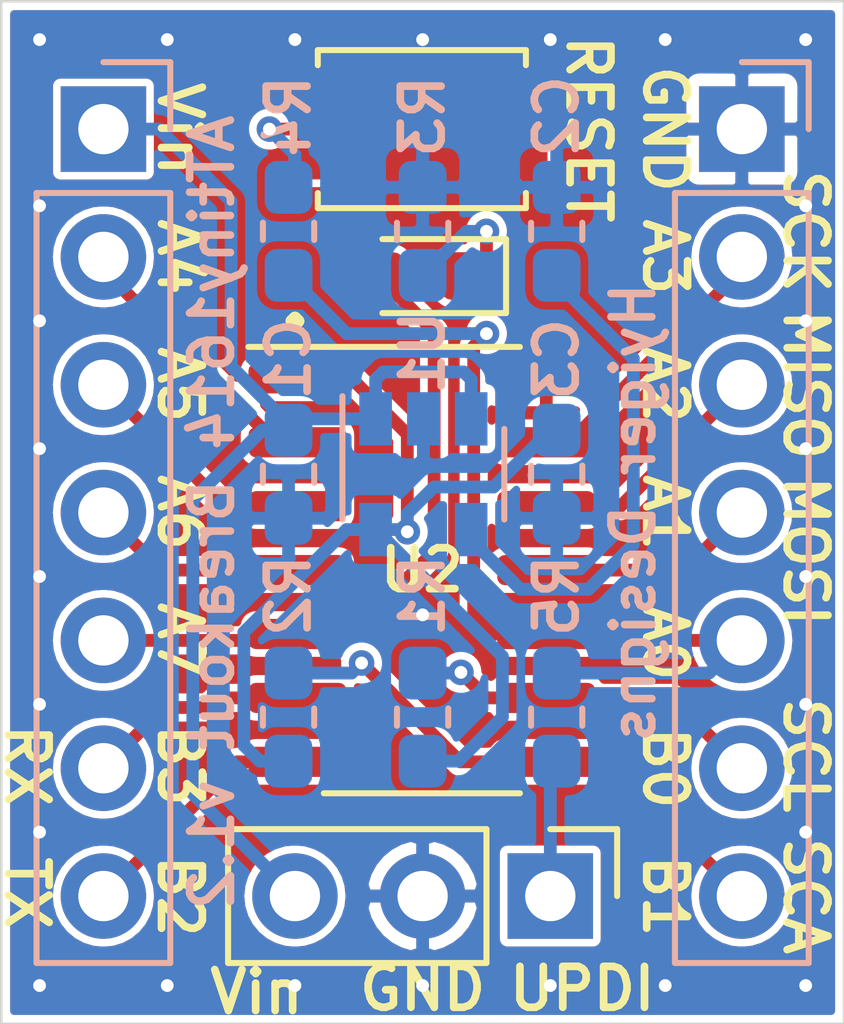
<source format=kicad_pcb>
(kicad_pcb (version 20171130) (host pcbnew "(5.1.4-0-10_14)")

  (general
    (thickness 1.6)
    (drawings 32)
    (tracks 136)
    (zones 0)
    (modules 15)
    (nets 20)
  )

  (page A4)
  (title_block
    (date 2019-08-03)
    (rev 1.2)
  )

  (layers
    (0 F.Cu signal)
    (31 B.Cu signal)
    (34 B.Paste user hide)
    (35 F.Paste user hide)
    (36 B.SilkS user hide)
    (37 F.SilkS user hide)
    (38 B.Mask user hide)
    (39 F.Mask user hide)
    (44 Edge.Cuts user)
    (45 Margin user)
    (46 B.CrtYd user hide)
    (47 F.CrtYd user hide)
    (48 B.Fab user hide)
    (49 F.Fab user hide)
  )

  (setup
    (last_trace_width 0.254)
    (user_trace_width 0.254)
    (trace_clearance 0.1524)
    (zone_clearance 0.1524)
    (zone_45_only no)
    (trace_min 0.1524)
    (via_size 0.508)
    (via_drill 0.254)
    (via_min_size 0.508)
    (via_min_drill 0.254)
    (user_via 0.508 0.254)
    (uvia_size 0.3)
    (uvia_drill 0.1)
    (uvias_allowed no)
    (uvia_min_size 0.2)
    (uvia_min_drill 0.1)
    (edge_width 0.05)
    (segment_width 0.2)
    (pcb_text_width 0.3)
    (pcb_text_size 1.5 1.5)
    (mod_edge_width 0.12)
    (mod_text_size 1 1)
    (mod_text_width 0.15)
    (pad_size 1.524 1.524)
    (pad_drill 0.762)
    (pad_to_mask_clearance 0.0508)
    (aux_axis_origin 0 0)
    (visible_elements FFFFFF7F)
    (pcbplotparams
      (layerselection 0x010f0_ffffffff)
      (usegerberextensions true)
      (usegerberattributes false)
      (usegerberadvancedattributes false)
      (creategerberjobfile false)
      (excludeedgelayer true)
      (linewidth 0.100000)
      (plotframeref false)
      (viasonmask false)
      (mode 1)
      (useauxorigin false)
      (hpglpennumber 1)
      (hpglpenspeed 20)
      (hpglpendiameter 15.000000)
      (psnegative false)
      (psa4output false)
      (plotreference true)
      (plotvalue true)
      (plotinvisibletext false)
      (padsonsilk false)
      (subtractmaskfromsilk false)
      (outputformat 1)
      (mirror false)
      (drillshape 0)
      (scaleselection 1)
      (outputdirectory "gerbers"))
  )

  (net 0 "")
  (net 1 GND)
  (net 2 /V_in)
  (net 3 VCC)
  (net 4 /PA7)
  (net 5 /PA6)
  (net 6 /PA5)
  (net 7 /PA4)
  (net 8 /PA0)
  (net 9 /MOSI)
  (net 10 /MISO)
  (net 11 /SCL)
  (net 12 /SCA)
  (net 13 /SCK)
  (net 14 /TXD)
  (net 15 /RXD)
  (net 16 /UPDI)
  (net 17 "Net-(C2-Pad1)")
  (net 18 "Net-(D1-Pad1)")
  (net 19 "Net-(R4-Pad1)")

  (net_class Default "This is the default net class."
    (clearance 0.1524)
    (trace_width 0.254)
    (via_dia 0.508)
    (via_drill 0.254)
    (uvia_dia 0.3)
    (uvia_drill 0.1)
    (add_net /MISO)
    (add_net /MOSI)
    (add_net /PA0)
    (add_net /PA4)
    (add_net /PA5)
    (add_net /PA6)
    (add_net /PA7)
    (add_net /RXD)
    (add_net /SCA)
    (add_net /SCK)
    (add_net /SCL)
    (add_net /TXD)
    (add_net /UPDI)
    (add_net /V_in)
    (add_net GND)
    (add_net "Net-(C2-Pad1)")
    (add_net "Net-(D1-Pad1)")
    (add_net "Net-(R4-Pad1)")
    (add_net VCC)
  )

  (module Package_TO_SOT_SMD:SOT-23-5 (layer B.Cu) (tedit 5A02FF57) (tstamp 5D7498E7)
    (at 128.285 88.138 270)
    (descr "5-pin SOT23 package")
    (tags SOT-23-5)
    (path /5D749571)
    (attr smd)
    (fp_text reference U1 (at -2.413 0.015 90) (layer B.SilkS)
      (effects (font (size 0.8128 0.8128) (thickness 0.1524)) (justify mirror))
    )
    (fp_text value REG102-5 (at 0 -2.9 90) (layer B.Fab)
      (effects (font (size 1 1) (thickness 0.15)) (justify mirror))
    )
    (fp_line (start 0.9 1.55) (end 0.9 -1.55) (layer B.Fab) (width 0.1))
    (fp_line (start 0.9 -1.55) (end -0.9 -1.55) (layer B.Fab) (width 0.1))
    (fp_line (start -0.9 0.9) (end -0.9 -1.55) (layer B.Fab) (width 0.1))
    (fp_line (start 0.9 1.55) (end -0.25 1.55) (layer B.Fab) (width 0.1))
    (fp_line (start -0.9 0.9) (end -0.25 1.55) (layer B.Fab) (width 0.1))
    (fp_line (start -1.9 -1.8) (end -1.9 1.8) (layer B.CrtYd) (width 0.05))
    (fp_line (start 1.9 -1.8) (end -1.9 -1.8) (layer B.CrtYd) (width 0.05))
    (fp_line (start 1.9 1.8) (end 1.9 -1.8) (layer B.CrtYd) (width 0.05))
    (fp_line (start -1.9 1.8) (end 1.9 1.8) (layer B.CrtYd) (width 0.05))
    (fp_line (start 0.9 1.61) (end -1.55 1.61) (layer B.SilkS) (width 0.12))
    (fp_line (start -0.9 -1.61) (end 0.9 -1.61) (layer B.SilkS) (width 0.12))
    (fp_text user %R (at 0 0 180) (layer B.Fab)
      (effects (font (size 0.5 0.5) (thickness 0.075)) (justify mirror))
    )
    (pad 5 smd rect (at 1.1 0.95 270) (size 1.06 0.65) (layers B.Cu B.Paste B.Mask)
      (net 3 VCC))
    (pad 4 smd rect (at 1.1 -0.95 270) (size 1.06 0.65) (layers B.Cu B.Paste B.Mask)
      (net 17 "Net-(C2-Pad1)"))
    (pad 3 smd rect (at -1.1 -0.95 270) (size 1.06 0.65) (layers B.Cu B.Paste B.Mask)
      (net 2 /V_in))
    (pad 2 smd rect (at -1.1 0 270) (size 1.06 0.65) (layers B.Cu B.Paste B.Mask)
      (net 1 GND))
    (pad 1 smd rect (at -1.1 0.95 270) (size 1.06 0.65) (layers B.Cu B.Paste B.Mask)
      (net 2 /V_in))
    (model ${KISYS3DMOD}/Package_TO_SOT_SMD.3dshapes/SOT-23-5.wrl
      (at (xyz 0 0 0))
      (scale (xyz 1 1 1))
      (rotate (xyz 0 0 0))
    )
  )

  (module Connector_PinHeader_2.54mm:PinHeader_1x03_P2.54mm_Vertical (layer F.Cu) (tedit 59FED5CC) (tstamp 5D7498A7)
    (at 130.81 96.52 270)
    (descr "Through hole straight pin header, 1x03, 2.54mm pitch, single row")
    (tags "Through hole pin header THT 1x03 2.54mm single row")
    (path /5D4170CD)
    (fp_text reference J3 (at 0 -2.33 90) (layer F.SilkS) hide
      (effects (font (size 1 1) (thickness 0.15)))
    )
    (fp_text value UPDI (at 0 7.41 90) (layer F.Fab)
      (effects (font (size 1 1) (thickness 0.15)))
    )
    (fp_text user %R (at 0 2.54) (layer F.Fab)
      (effects (font (size 1 1) (thickness 0.15)))
    )
    (fp_line (start 1.8 -1.8) (end -1.8 -1.8) (layer F.CrtYd) (width 0.05))
    (fp_line (start 1.8 6.85) (end 1.8 -1.8) (layer F.CrtYd) (width 0.05))
    (fp_line (start -1.8 6.85) (end 1.8 6.85) (layer F.CrtYd) (width 0.05))
    (fp_line (start -1.8 -1.8) (end -1.8 6.85) (layer F.CrtYd) (width 0.05))
    (fp_line (start -1.33 -1.33) (end 0 -1.33) (layer F.SilkS) (width 0.12))
    (fp_line (start -1.33 0) (end -1.33 -1.33) (layer F.SilkS) (width 0.12))
    (fp_line (start -1.33 1.27) (end 1.33 1.27) (layer F.SilkS) (width 0.12))
    (fp_line (start 1.33 1.27) (end 1.33 6.41) (layer F.SilkS) (width 0.12))
    (fp_line (start -1.33 1.27) (end -1.33 6.41) (layer F.SilkS) (width 0.12))
    (fp_line (start -1.33 6.41) (end 1.33 6.41) (layer F.SilkS) (width 0.12))
    (fp_line (start -1.27 -0.635) (end -0.635 -1.27) (layer F.Fab) (width 0.1))
    (fp_line (start -1.27 6.35) (end -1.27 -0.635) (layer F.Fab) (width 0.1))
    (fp_line (start 1.27 6.35) (end -1.27 6.35) (layer F.Fab) (width 0.1))
    (fp_line (start 1.27 -1.27) (end 1.27 6.35) (layer F.Fab) (width 0.1))
    (fp_line (start -0.635 -1.27) (end 1.27 -1.27) (layer F.Fab) (width 0.1))
    (pad 3 thru_hole oval (at 0 5.08 270) (size 1.7 1.7) (drill 1) (layers *.Cu *.Mask)
      (net 2 /V_in))
    (pad 2 thru_hole oval (at 0 2.54 270) (size 1.7 1.7) (drill 1) (layers *.Cu *.Mask)
      (net 1 GND))
    (pad 1 thru_hole rect (at 0 0 270) (size 1.7 1.7) (drill 1) (layers *.Cu *.Mask)
      (net 16 /UPDI))
    (model ${KISYS3DMOD}/Connector_PinHeader_2.54mm.3dshapes/PinHeader_1x03_P2.54mm_Vertical.wrl
      (at (xyz 0 0 0))
      (scale (xyz 1 1 1))
      (rotate (xyz 0 0 0))
    )
  )

  (module Package_SO:SOIC-14_3.9x8.7mm_P1.27mm (layer F.Cu) (tedit 5C97300E) (tstamp 5D749853)
    (at 128.255 90.043)
    (descr "SOIC, 14 Pin (JEDEC MS-012AB, https://www.analog.com/media/en/package-pcb-resources/package/pkg_pdf/soic_narrow-r/r_14.pdf), generated with kicad-footprint-generator ipc_gullwing_generator.py")
    (tags "SOIC SO")
    (path /5D414195)
    (attr smd)
    (fp_text reference U2 (at 0 0 180) (layer F.SilkS)
      (effects (font (size 0.8128 0.8128) (thickness 0.1524)))
    )
    (fp_text value ATtiny1614-SS (at 0 5.28 180) (layer F.Fab)
      (effects (font (size 1 1) (thickness 0.15)))
    )
    (fp_text user %R (at 0 0 180) (layer F.Fab)
      (effects (font (size 0.98 0.98) (thickness 0.15)))
    )
    (fp_line (start 3.7 -4.58) (end -3.7 -4.58) (layer F.CrtYd) (width 0.05))
    (fp_line (start 3.7 4.58) (end 3.7 -4.58) (layer F.CrtYd) (width 0.05))
    (fp_line (start -3.7 4.58) (end 3.7 4.58) (layer F.CrtYd) (width 0.05))
    (fp_line (start -3.7 -4.58) (end -3.7 4.58) (layer F.CrtYd) (width 0.05))
    (fp_line (start -1.95 -3.35) (end -0.975 -4.325) (layer F.Fab) (width 0.1))
    (fp_line (start -1.95 4.325) (end -1.95 -3.35) (layer F.Fab) (width 0.1))
    (fp_line (start 1.95 4.325) (end -1.95 4.325) (layer F.Fab) (width 0.1))
    (fp_line (start 1.95 -4.325) (end 1.95 4.325) (layer F.Fab) (width 0.1))
    (fp_line (start -0.975 -4.325) (end 1.95 -4.325) (layer F.Fab) (width 0.1))
    (fp_line (start 0 -4.435) (end -3.45 -4.435) (layer F.SilkS) (width 0.12))
    (fp_line (start 0 -4.435) (end 1.95 -4.435) (layer F.SilkS) (width 0.12))
    (fp_line (start 0 4.435) (end -1.95 4.435) (layer F.SilkS) (width 0.12))
    (fp_line (start 0 4.435) (end 1.95 4.435) (layer F.SilkS) (width 0.12))
    (pad 14 smd roundrect (at 2.475 -3.81) (size 1.95 0.6) (layers F.Cu F.Paste F.Mask) (roundrect_rratio 0.25)
      (net 1 GND))
    (pad 13 smd roundrect (at 2.475 -2.54) (size 1.95 0.6) (layers F.Cu F.Paste F.Mask) (roundrect_rratio 0.25)
      (net 13 /SCK))
    (pad 12 smd roundrect (at 2.475 -1.27) (size 1.95 0.6) (layers F.Cu F.Paste F.Mask) (roundrect_rratio 0.25)
      (net 10 /MISO))
    (pad 11 smd roundrect (at 2.475 0) (size 1.95 0.6) (layers F.Cu F.Paste F.Mask) (roundrect_rratio 0.25)
      (net 9 /MOSI))
    (pad 10 smd roundrect (at 2.475 1.27) (size 1.95 0.6) (layers F.Cu F.Paste F.Mask) (roundrect_rratio 0.25)
      (net 8 /PA0))
    (pad 9 smd roundrect (at 2.475 2.54) (size 1.95 0.6) (layers F.Cu F.Paste F.Mask) (roundrect_rratio 0.25)
      (net 11 /SCL))
    (pad 8 smd roundrect (at 2.475 3.81) (size 1.95 0.6) (layers F.Cu F.Paste F.Mask) (roundrect_rratio 0.25)
      (net 12 /SCA))
    (pad 7 smd roundrect (at -2.475 3.81) (size 1.95 0.6) (layers F.Cu F.Paste F.Mask) (roundrect_rratio 0.25)
      (net 14 /TXD))
    (pad 6 smd roundrect (at -2.475 2.54) (size 1.95 0.6) (layers F.Cu F.Paste F.Mask) (roundrect_rratio 0.25)
      (net 15 /RXD))
    (pad 5 smd roundrect (at -2.475 1.27) (size 1.95 0.6) (layers F.Cu F.Paste F.Mask) (roundrect_rratio 0.25)
      (net 4 /PA7))
    (pad 4 smd roundrect (at -2.475 0) (size 1.95 0.6) (layers F.Cu F.Paste F.Mask) (roundrect_rratio 0.25)
      (net 5 /PA6))
    (pad 3 smd roundrect (at -2.475 -1.27) (size 1.95 0.6) (layers F.Cu F.Paste F.Mask) (roundrect_rratio 0.25)
      (net 6 /PA5))
    (pad 2 smd roundrect (at -2.475 -2.54) (size 1.95 0.6) (layers F.Cu F.Paste F.Mask) (roundrect_rratio 0.25)
      (net 7 /PA4))
    (pad 1 smd roundrect (at -2.475 -3.81) (size 1.95 0.6) (layers F.Cu F.Paste F.Mask) (roundrect_rratio 0.25)
      (net 3 VCC))
    (model ${KISYS3DMOD}/Package_SO.3dshapes/SOIC-14_3.9x8.7mm_P1.27mm.wrl
      (at (xyz 0 0 0))
      (scale (xyz 1 1 1))
      (rotate (xyz 0 0 0))
    )
  )

  (module LED_SMD:LED_0603_1608Metric_Pad1.05x0.95mm_HandSolder (layer F.Cu) (tedit 5B4B45C9) (tstamp 5D749810)
    (at 128.27 84.201 180)
    (descr "LED SMD 0603 (1608 Metric), square (rectangular) end terminal, IPC_7351 nominal, (Body size source: http://www.tortai-tech.com/upload/download/2011102023233369053.pdf), generated with kicad-footprint-generator")
    (tags "LED handsolder")
    (path /5D43F471)
    (attr smd)
    (fp_text reference D1 (at 0 -1.43) (layer F.SilkS) hide
      (effects (font (size 1 1) (thickness 0.15)))
    )
    (fp_text value LED (at 0 1.43) (layer F.Fab)
      (effects (font (size 1 1) (thickness 0.15)))
    )
    (fp_text user %R (at 0 0) (layer F.Fab)
      (effects (font (size 0.4 0.4) (thickness 0.06)))
    )
    (fp_line (start 1.65 0.73) (end -1.65 0.73) (layer F.CrtYd) (width 0.05))
    (fp_line (start 1.65 -0.73) (end 1.65 0.73) (layer F.CrtYd) (width 0.05))
    (fp_line (start -1.65 -0.73) (end 1.65 -0.73) (layer F.CrtYd) (width 0.05))
    (fp_line (start -1.65 0.73) (end -1.65 -0.73) (layer F.CrtYd) (width 0.05))
    (fp_line (start -1.66 0.735) (end 0.8 0.735) (layer F.SilkS) (width 0.12))
    (fp_line (start -1.66 -0.735) (end -1.66 0.735) (layer F.SilkS) (width 0.12))
    (fp_line (start 0.8 -0.735) (end -1.66 -0.735) (layer F.SilkS) (width 0.12))
    (fp_line (start 0.8 0.4) (end 0.8 -0.4) (layer F.Fab) (width 0.1))
    (fp_line (start -0.8 0.4) (end 0.8 0.4) (layer F.Fab) (width 0.1))
    (fp_line (start -0.8 -0.1) (end -0.8 0.4) (layer F.Fab) (width 0.1))
    (fp_line (start -0.5 -0.4) (end -0.8 -0.1) (layer F.Fab) (width 0.1))
    (fp_line (start 0.8 -0.4) (end -0.5 -0.4) (layer F.Fab) (width 0.1))
    (pad 2 smd roundrect (at 0.875 0 180) (size 1.05 0.95) (layers F.Cu F.Paste F.Mask) (roundrect_rratio 0.25)
      (net 4 /PA7))
    (pad 1 smd roundrect (at -0.875 0 180) (size 1.05 0.95) (layers F.Cu F.Paste F.Mask) (roundrect_rratio 0.25)
      (net 18 "Net-(D1-Pad1)"))
    (model ${KISYS3DMOD}/LED_SMD.3dshapes/LED_0603_1608Metric.wrl
      (at (xyz 0 0 0))
      (scale (xyz 1 1 1))
      (rotate (xyz 0 0 0))
    )
  )

  (module Connector_PinHeader_2.54mm:PinHeader_1x07_P2.54mm_Vertical (layer B.Cu) (tedit 59FED5CC) (tstamp 5D7497CA)
    (at 134.62 81.28 180)
    (descr "Through hole straight pin header, 1x07, 2.54mm pitch, single row")
    (tags "Through hole pin header THT 1x07 2.54mm single row")
    (path /5D415755)
    (fp_text reference J2 (at 0 2.33) (layer B.SilkS) hide
      (effects (font (size 1 1) (thickness 0.15)) (justify mirror))
    )
    (fp_text value Conn_01x07 (at 0 -17.57) (layer B.Fab)
      (effects (font (size 1 1) (thickness 0.15)) (justify mirror))
    )
    (fp_line (start -0.635 1.27) (end 1.27 1.27) (layer B.Fab) (width 0.1))
    (fp_line (start 1.27 1.27) (end 1.27 -16.51) (layer B.Fab) (width 0.1))
    (fp_line (start 1.27 -16.51) (end -1.27 -16.51) (layer B.Fab) (width 0.1))
    (fp_line (start -1.27 -16.51) (end -1.27 0.635) (layer B.Fab) (width 0.1))
    (fp_line (start -1.27 0.635) (end -0.635 1.27) (layer B.Fab) (width 0.1))
    (fp_line (start -1.33 -16.57) (end 1.33 -16.57) (layer B.SilkS) (width 0.12))
    (fp_line (start -1.33 -1.27) (end -1.33 -16.57) (layer B.SilkS) (width 0.12))
    (fp_line (start 1.33 -1.27) (end 1.33 -16.57) (layer B.SilkS) (width 0.12))
    (fp_line (start -1.33 -1.27) (end 1.33 -1.27) (layer B.SilkS) (width 0.12))
    (fp_line (start -1.33 0) (end -1.33 1.33) (layer B.SilkS) (width 0.12))
    (fp_line (start -1.33 1.33) (end 0 1.33) (layer B.SilkS) (width 0.12))
    (fp_line (start -1.8 1.8) (end -1.8 -17.05) (layer B.CrtYd) (width 0.05))
    (fp_line (start -1.8 -17.05) (end 1.8 -17.05) (layer B.CrtYd) (width 0.05))
    (fp_line (start 1.8 -17.05) (end 1.8 1.8) (layer B.CrtYd) (width 0.05))
    (fp_line (start 1.8 1.8) (end -1.8 1.8) (layer B.CrtYd) (width 0.05))
    (fp_text user %R (at 0 -7.62 270) (layer B.Fab)
      (effects (font (size 1 1) (thickness 0.15)) (justify mirror))
    )
    (pad 7 thru_hole oval (at 0 -15.24 180) (size 1.7 1.7) (drill 1) (layers *.Cu *.Mask)
      (net 12 /SCA))
    (pad 6 thru_hole oval (at 0 -12.7 180) (size 1.7 1.7) (drill 1) (layers *.Cu *.Mask)
      (net 11 /SCL))
    (pad 5 thru_hole oval (at 0 -10.16 180) (size 1.7 1.7) (drill 1) (layers *.Cu *.Mask)
      (net 8 /PA0))
    (pad 4 thru_hole oval (at 0 -7.62 180) (size 1.7 1.7) (drill 1) (layers *.Cu *.Mask)
      (net 9 /MOSI))
    (pad 3 thru_hole oval (at 0 -5.08 180) (size 1.7 1.7) (drill 1) (layers *.Cu *.Mask)
      (net 10 /MISO))
    (pad 2 thru_hole oval (at 0 -2.54 180) (size 1.7 1.7) (drill 1) (layers *.Cu *.Mask)
      (net 13 /SCK))
    (pad 1 thru_hole rect (at 0 0 180) (size 1.7 1.7) (drill 1) (layers *.Cu *.Mask)
      (net 1 GND))
    (model ${KISYS3DMOD}/Connector_PinHeader_2.54mm.3dshapes/PinHeader_1x07_P2.54mm_Vertical.wrl
      (at (xyz 0 0 0))
      (scale (xyz 1 1 1))
      (rotate (xyz 0 0 0))
    )
  )

  (module Button_Switch_SMD:SW_Push_SPST_NO_Alps_SKRK (layer F.Cu) (tedit 5C2A8900) (tstamp 5D749786)
    (at 128.255 81.28)
    (descr http://www.alps.com/prod/info/E/HTML/Tact/SurfaceMount/SKRK/SKRKAHE020.html)
    (tags "SMD SMT button")
    (path /5D4F7A07)
    (attr smd)
    (fp_text reference SW1 (at 0 -2.25) (layer F.SilkS) hide
      (effects (font (size 1 1) (thickness 0.15)))
    )
    (fp_text value Reset (at 0 2.5) (layer F.Fab)
      (effects (font (size 1 1) (thickness 0.15)))
    )
    (fp_line (start -2.07 -1.57) (end 2.07 -1.57) (layer F.SilkS) (width 0.12))
    (fp_line (start 2.07 1.27) (end 2.07 1.57) (layer F.SilkS) (width 0.12))
    (fp_line (start 2.07 1.57) (end -2.07 1.57) (layer F.SilkS) (width 0.12))
    (fp_line (start -2.07 -1.27) (end -2.07 -1.57) (layer F.SilkS) (width 0.12))
    (fp_circle (center 0 0) (end 1 0) (layer F.Fab) (width 0.1))
    (fp_text user %R (at 0 0) (layer F.Fab)
      (effects (font (size 1 1) (thickness 0.15)))
    )
    (fp_line (start -2.75 -1.7) (end 2.75 -1.7) (layer F.CrtYd) (width 0.05))
    (fp_line (start 2.75 -1.7) (end 2.75 1.7) (layer F.CrtYd) (width 0.05))
    (fp_line (start 2.75 1.7) (end -2.75 1.7) (layer F.CrtYd) (width 0.05))
    (fp_line (start -2.75 1.7) (end -2.75 -1.7) (layer F.CrtYd) (width 0.05))
    (fp_line (start 1.95 1.45) (end -1.95 1.45) (layer F.Fab) (width 0.1))
    (fp_line (start -1.95 1.45) (end -1.95 -1.45) (layer F.Fab) (width 0.1))
    (fp_line (start -1.95 -1.45) (end 1.95 -1.45) (layer F.Fab) (width 0.1))
    (fp_line (start 1.95 -1.45) (end 1.95 1.45) (layer F.Fab) (width 0.1))
    (fp_line (start -2.07 1.57) (end -2.07 1.27) (layer F.SilkS) (width 0.12))
    (fp_line (start 2.07 -1.57) (end 2.07 -1.27) (layer F.SilkS) (width 0.12))
    (pad 1 smd roundrect (at -2.1 0) (size 0.8 2) (layers F.Cu F.Paste F.Mask) (roundrect_rratio 0.25)
      (net 19 "Net-(R4-Pad1)"))
    (pad 2 smd roundrect (at 2.1 0) (size 0.8 2) (layers F.Cu F.Paste F.Mask) (roundrect_rratio 0.25)
      (net 1 GND))
    (model ${KISYS3DMOD}/Button_Switch_SMD.3dshapes/SW_Push_SPST_NO_Alps_SKRK.wrl
      (at (xyz 0 0 0))
      (scale (xyz 1 1 1))
      (rotate (xyz 0 0 0))
    )
    (model ${KISYS3DMOD}/Button_Switch_SMD.3dshapes/SW_SPST_B3U-1000P-B.wrl
      (at (xyz 0 0 0))
      (scale (xyz 1 1 1))
      (rotate (xyz 0 0 0))
    )
  )

  (module Resistor_SMD:R_0603_1608Metric_Pad1.05x0.95mm_HandSolder (layer B.Cu) (tedit 5B301BBD) (tstamp 5D749751)
    (at 128.27 83.312 90)
    (descr "Resistor SMD 0603 (1608 Metric), square (rectangular) end terminal, IPC_7351 nominal with elongated pad for handsoldering. (Body size source: http://www.tortai-tech.com/upload/download/2011102023233369053.pdf), generated with kicad-footprint-generator")
    (tags "resistor handsolder")
    (path /5D43FD88)
    (attr smd)
    (fp_text reference R3 (at 2.286 0 90) (layer B.SilkS)
      (effects (font (size 0.8128 0.8128) (thickness 0.1524)) (justify mirror))
    )
    (fp_text value 2.2K (at 0 -1.43 90) (layer B.Fab)
      (effects (font (size 1 1) (thickness 0.15)) (justify mirror))
    )
    (fp_line (start -0.8 -0.4) (end -0.8 0.4) (layer B.Fab) (width 0.1))
    (fp_line (start -0.8 0.4) (end 0.8 0.4) (layer B.Fab) (width 0.1))
    (fp_line (start 0.8 0.4) (end 0.8 -0.4) (layer B.Fab) (width 0.1))
    (fp_line (start 0.8 -0.4) (end -0.8 -0.4) (layer B.Fab) (width 0.1))
    (fp_line (start -0.171267 0.51) (end 0.171267 0.51) (layer B.SilkS) (width 0.12))
    (fp_line (start -0.171267 -0.51) (end 0.171267 -0.51) (layer B.SilkS) (width 0.12))
    (fp_line (start -1.65 -0.73) (end -1.65 0.73) (layer B.CrtYd) (width 0.05))
    (fp_line (start -1.65 0.73) (end 1.65 0.73) (layer B.CrtYd) (width 0.05))
    (fp_line (start 1.65 0.73) (end 1.65 -0.73) (layer B.CrtYd) (width 0.05))
    (fp_line (start 1.65 -0.73) (end -1.65 -0.73) (layer B.CrtYd) (width 0.05))
    (fp_text user %R (at 0 0 90) (layer B.Fab)
      (effects (font (size 0.4 0.4) (thickness 0.06)) (justify mirror))
    )
    (pad 2 smd roundrect (at 0.875 0 90) (size 1.05 0.95) (layers B.Cu B.Paste B.Mask) (roundrect_rratio 0.25)
      (net 1 GND))
    (pad 1 smd roundrect (at -0.875 0 90) (size 1.05 0.95) (layers B.Cu B.Paste B.Mask) (roundrect_rratio 0.25)
      (net 18 "Net-(D1-Pad1)"))
    (model ${KISYS3DMOD}/Resistor_SMD.3dshapes/R_0603_1608Metric.wrl
      (at (xyz 0 0 0))
      (scale (xyz 1 1 1))
      (rotate (xyz 0 0 0))
    )
  )

  (module Resistor_SMD:R_0603_1608Metric_Pad1.05x0.95mm_HandSolder (layer B.Cu) (tedit 5B301BBD) (tstamp 5D749721)
    (at 130.937 92.964 90)
    (descr "Resistor SMD 0603 (1608 Metric), square (rectangular) end terminal, IPC_7351 nominal with elongated pad for handsoldering. (Body size source: http://www.tortai-tech.com/upload/download/2011102023233369053.pdf), generated with kicad-footprint-generator")
    (tags "resistor handsolder")
    (path /5D419634)
    (attr smd)
    (fp_text reference R5 (at 2.413 0 270) (layer B.SilkS)
      (effects (font (size 0.8128 0.8128) (thickness 0.1524)) (justify mirror))
    )
    (fp_text value 4.7K (at 0 -1.43 270) (layer B.Fab)
      (effects (font (size 1 1) (thickness 0.15)) (justify mirror))
    )
    (fp_line (start -0.8 -0.4) (end -0.8 0.4) (layer B.Fab) (width 0.1))
    (fp_line (start -0.8 0.4) (end 0.8 0.4) (layer B.Fab) (width 0.1))
    (fp_line (start 0.8 0.4) (end 0.8 -0.4) (layer B.Fab) (width 0.1))
    (fp_line (start 0.8 -0.4) (end -0.8 -0.4) (layer B.Fab) (width 0.1))
    (fp_line (start -0.171267 0.51) (end 0.171267 0.51) (layer B.SilkS) (width 0.12))
    (fp_line (start -0.171267 -0.51) (end 0.171267 -0.51) (layer B.SilkS) (width 0.12))
    (fp_line (start -1.65 -0.73) (end -1.65 0.73) (layer B.CrtYd) (width 0.05))
    (fp_line (start -1.65 0.73) (end 1.65 0.73) (layer B.CrtYd) (width 0.05))
    (fp_line (start 1.65 0.73) (end 1.65 -0.73) (layer B.CrtYd) (width 0.05))
    (fp_line (start 1.65 -0.73) (end -1.65 -0.73) (layer B.CrtYd) (width 0.05))
    (fp_text user %R (at 0 0 270) (layer B.Fab)
      (effects (font (size 0.4 0.4) (thickness 0.06)) (justify mirror))
    )
    (pad 2 smd roundrect (at 0.875 0 90) (size 1.05 0.95) (layers B.Cu B.Paste B.Mask) (roundrect_rratio 0.25)
      (net 8 /PA0))
    (pad 1 smd roundrect (at -0.875 0 90) (size 1.05 0.95) (layers B.Cu B.Paste B.Mask) (roundrect_rratio 0.25)
      (net 16 /UPDI))
    (model ${KISYS3DMOD}/Resistor_SMD.3dshapes/R_0603_1608Metric.wrl
      (at (xyz 0 0 0))
      (scale (xyz 1 1 1))
      (rotate (xyz 0 0 0))
    )
  )

  (module Resistor_SMD:R_0603_1608Metric_Pad1.05x0.95mm_HandSolder (layer B.Cu) (tedit 5B301BBD) (tstamp 5D7496F1)
    (at 125.603 92.964 270)
    (descr "Resistor SMD 0603 (1608 Metric), square (rectangular) end terminal, IPC_7351 nominal with elongated pad for handsoldering. (Body size source: http://www.tortai-tech.com/upload/download/2011102023233369053.pdf), generated with kicad-footprint-generator")
    (tags "resistor handsolder")
    (path /5D5040A8)
    (attr smd)
    (fp_text reference R2 (at -2.413 0 90) (layer B.SilkS)
      (effects (font (size 0.8128 0.8128) (thickness 0.1524)) (justify mirror))
    )
    (fp_text value 10K (at 0 -1.43 90) (layer B.Fab)
      (effects (font (size 1 1) (thickness 0.15)) (justify mirror))
    )
    (fp_line (start -0.8 -0.4) (end -0.8 0.4) (layer B.Fab) (width 0.1))
    (fp_line (start -0.8 0.4) (end 0.8 0.4) (layer B.Fab) (width 0.1))
    (fp_line (start 0.8 0.4) (end 0.8 -0.4) (layer B.Fab) (width 0.1))
    (fp_line (start 0.8 -0.4) (end -0.8 -0.4) (layer B.Fab) (width 0.1))
    (fp_line (start -0.171267 0.51) (end 0.171267 0.51) (layer B.SilkS) (width 0.12))
    (fp_line (start -0.171267 -0.51) (end 0.171267 -0.51) (layer B.SilkS) (width 0.12))
    (fp_line (start -1.65 -0.73) (end -1.65 0.73) (layer B.CrtYd) (width 0.05))
    (fp_line (start -1.65 0.73) (end 1.65 0.73) (layer B.CrtYd) (width 0.05))
    (fp_line (start 1.65 0.73) (end 1.65 -0.73) (layer B.CrtYd) (width 0.05))
    (fp_line (start 1.65 -0.73) (end -1.65 -0.73) (layer B.CrtYd) (width 0.05))
    (fp_text user %R (at 0 0 90) (layer B.Fab)
      (effects (font (size 0.4 0.4) (thickness 0.06)) (justify mirror))
    )
    (pad 2 smd roundrect (at 0.875 0 270) (size 1.05 0.95) (layers B.Cu B.Paste B.Mask) (roundrect_rratio 0.25)
      (net 3 VCC))
    (pad 1 smd roundrect (at -0.875 0 270) (size 1.05 0.95) (layers B.Cu B.Paste B.Mask) (roundrect_rratio 0.25)
      (net 12 /SCA))
    (model ${KISYS3DMOD}/Resistor_SMD.3dshapes/R_0603_1608Metric.wrl
      (at (xyz 0 0 0))
      (scale (xyz 1 1 1))
      (rotate (xyz 0 0 0))
    )
  )

  (module Resistor_SMD:R_0603_1608Metric_Pad1.05x0.95mm_HandSolder (layer B.Cu) (tedit 5B301BBD) (tstamp 5D7496C1)
    (at 128.27 92.964 270)
    (descr "Resistor SMD 0603 (1608 Metric), square (rectangular) end terminal, IPC_7351 nominal with elongated pad for handsoldering. (Body size source: http://www.tortai-tech.com/upload/download/2011102023233369053.pdf), generated with kicad-footprint-generator")
    (tags "resistor handsolder")
    (path /5D509445)
    (attr smd)
    (fp_text reference R1 (at -2.413 0 90) (layer B.SilkS)
      (effects (font (size 0.8128 0.8128) (thickness 0.1524)) (justify mirror))
    )
    (fp_text value 10K (at 0 -1.43 90) (layer B.Fab)
      (effects (font (size 1 1) (thickness 0.15)) (justify mirror))
    )
    (fp_line (start -0.8 -0.4) (end -0.8 0.4) (layer B.Fab) (width 0.1))
    (fp_line (start -0.8 0.4) (end 0.8 0.4) (layer B.Fab) (width 0.1))
    (fp_line (start 0.8 0.4) (end 0.8 -0.4) (layer B.Fab) (width 0.1))
    (fp_line (start 0.8 -0.4) (end -0.8 -0.4) (layer B.Fab) (width 0.1))
    (fp_line (start -0.171267 0.51) (end 0.171267 0.51) (layer B.SilkS) (width 0.12))
    (fp_line (start -0.171267 -0.51) (end 0.171267 -0.51) (layer B.SilkS) (width 0.12))
    (fp_line (start -1.65 -0.73) (end -1.65 0.73) (layer B.CrtYd) (width 0.05))
    (fp_line (start -1.65 0.73) (end 1.65 0.73) (layer B.CrtYd) (width 0.05))
    (fp_line (start 1.65 0.73) (end 1.65 -0.73) (layer B.CrtYd) (width 0.05))
    (fp_line (start 1.65 -0.73) (end -1.65 -0.73) (layer B.CrtYd) (width 0.05))
    (fp_text user %R (at 0 0 90) (layer B.Fab)
      (effects (font (size 0.4 0.4) (thickness 0.06)) (justify mirror))
    )
    (pad 2 smd roundrect (at 0.875 0 270) (size 1.05 0.95) (layers B.Cu B.Paste B.Mask) (roundrect_rratio 0.25)
      (net 3 VCC))
    (pad 1 smd roundrect (at -0.875 0 270) (size 1.05 0.95) (layers B.Cu B.Paste B.Mask) (roundrect_rratio 0.25)
      (net 11 /SCL))
    (model ${KISYS3DMOD}/Resistor_SMD.3dshapes/R_0603_1608Metric.wrl
      (at (xyz 0 0 0))
      (scale (xyz 1 1 1))
      (rotate (xyz 0 0 0))
    )
  )

  (module Resistor_SMD:R_0603_1608Metric_Pad1.05x0.95mm_HandSolder (layer B.Cu) (tedit 5B301BBD) (tstamp 5D749691)
    (at 125.603 83.312 270)
    (descr "Resistor SMD 0603 (1608 Metric), square (rectangular) end terminal, IPC_7351 nominal with elongated pad for handsoldering. (Body size source: http://www.tortai-tech.com/upload/download/2011102023233369053.pdf), generated with kicad-footprint-generator")
    (tags "resistor handsolder")
    (path /5D4FB847)
    (attr smd)
    (fp_text reference R4 (at -2.286 0 90) (layer B.SilkS)
      (effects (font (size 0.8128 0.8128) (thickness 0.1524)) (justify mirror))
    )
    (fp_text value 100R (at 0 -1.43 90) (layer B.Fab)
      (effects (font (size 1 1) (thickness 0.15)) (justify mirror))
    )
    (fp_line (start -0.8 -0.4) (end -0.8 0.4) (layer B.Fab) (width 0.1))
    (fp_line (start -0.8 0.4) (end 0.8 0.4) (layer B.Fab) (width 0.1))
    (fp_line (start 0.8 0.4) (end 0.8 -0.4) (layer B.Fab) (width 0.1))
    (fp_line (start 0.8 -0.4) (end -0.8 -0.4) (layer B.Fab) (width 0.1))
    (fp_line (start -0.171267 0.51) (end 0.171267 0.51) (layer B.SilkS) (width 0.12))
    (fp_line (start -0.171267 -0.51) (end 0.171267 -0.51) (layer B.SilkS) (width 0.12))
    (fp_line (start -1.65 -0.73) (end -1.65 0.73) (layer B.CrtYd) (width 0.05))
    (fp_line (start -1.65 0.73) (end 1.65 0.73) (layer B.CrtYd) (width 0.05))
    (fp_line (start 1.65 0.73) (end 1.65 -0.73) (layer B.CrtYd) (width 0.05))
    (fp_line (start 1.65 -0.73) (end -1.65 -0.73) (layer B.CrtYd) (width 0.05))
    (fp_text user %R (at 0 0 90) (layer B.Fab)
      (effects (font (size 0.4 0.4) (thickness 0.06)) (justify mirror))
    )
    (pad 2 smd roundrect (at 0.875 0 270) (size 1.05 0.95) (layers B.Cu B.Paste B.Mask) (roundrect_rratio 0.25)
      (net 8 /PA0))
    (pad 1 smd roundrect (at -0.875 0 270) (size 1.05 0.95) (layers B.Cu B.Paste B.Mask) (roundrect_rratio 0.25)
      (net 19 "Net-(R4-Pad1)"))
    (model ${KISYS3DMOD}/Resistor_SMD.3dshapes/R_0603_1608Metric.wrl
      (at (xyz 0 0 0))
      (scale (xyz 1 1 1))
      (rotate (xyz 0 0 0))
    )
  )

  (module Connector_PinHeader_2.54mm:PinHeader_1x07_P2.54mm_Vertical (layer B.Cu) (tedit 59FED5CC) (tstamp 5D74964D)
    (at 121.92 81.28 180)
    (descr "Through hole straight pin header, 1x07, 2.54mm pitch, single row")
    (tags "Through hole pin header THT 1x07 2.54mm single row")
    (path /5D414FA1)
    (fp_text reference J1 (at 0 2.33) (layer B.SilkS) hide
      (effects (font (size 1 1) (thickness 0.15)) (justify mirror))
    )
    (fp_text value Conn_01x07 (at 0 -17.57) (layer B.Fab)
      (effects (font (size 1 1) (thickness 0.15)) (justify mirror))
    )
    (fp_line (start -0.635 1.27) (end 1.27 1.27) (layer B.Fab) (width 0.1))
    (fp_line (start 1.27 1.27) (end 1.27 -16.51) (layer B.Fab) (width 0.1))
    (fp_line (start 1.27 -16.51) (end -1.27 -16.51) (layer B.Fab) (width 0.1))
    (fp_line (start -1.27 -16.51) (end -1.27 0.635) (layer B.Fab) (width 0.1))
    (fp_line (start -1.27 0.635) (end -0.635 1.27) (layer B.Fab) (width 0.1))
    (fp_line (start -1.33 -16.57) (end 1.33 -16.57) (layer B.SilkS) (width 0.12))
    (fp_line (start -1.33 -1.27) (end -1.33 -16.57) (layer B.SilkS) (width 0.12))
    (fp_line (start 1.33 -1.27) (end 1.33 -16.57) (layer B.SilkS) (width 0.12))
    (fp_line (start -1.33 -1.27) (end 1.33 -1.27) (layer B.SilkS) (width 0.12))
    (fp_line (start -1.33 0) (end -1.33 1.33) (layer B.SilkS) (width 0.12))
    (fp_line (start -1.33 1.33) (end 0 1.33) (layer B.SilkS) (width 0.12))
    (fp_line (start -1.8 1.8) (end -1.8 -17.05) (layer B.CrtYd) (width 0.05))
    (fp_line (start -1.8 -17.05) (end 1.8 -17.05) (layer B.CrtYd) (width 0.05))
    (fp_line (start 1.8 -17.05) (end 1.8 1.8) (layer B.CrtYd) (width 0.05))
    (fp_line (start 1.8 1.8) (end -1.8 1.8) (layer B.CrtYd) (width 0.05))
    (fp_text user %R (at 0 -7.62 270) (layer B.Fab)
      (effects (font (size 1 1) (thickness 0.15)) (justify mirror))
    )
    (pad 7 thru_hole oval (at 0 -15.24 180) (size 1.7 1.7) (drill 1) (layers *.Cu *.Mask)
      (net 14 /TXD))
    (pad 6 thru_hole oval (at 0 -12.7 180) (size 1.7 1.7) (drill 1) (layers *.Cu *.Mask)
      (net 15 /RXD))
    (pad 5 thru_hole oval (at 0 -10.16 180) (size 1.7 1.7) (drill 1) (layers *.Cu *.Mask)
      (net 4 /PA7))
    (pad 4 thru_hole oval (at 0 -7.62 180) (size 1.7 1.7) (drill 1) (layers *.Cu *.Mask)
      (net 5 /PA6))
    (pad 3 thru_hole oval (at 0 -5.08 180) (size 1.7 1.7) (drill 1) (layers *.Cu *.Mask)
      (net 6 /PA5))
    (pad 2 thru_hole oval (at 0 -2.54 180) (size 1.7 1.7) (drill 1) (layers *.Cu *.Mask)
      (net 7 /PA4))
    (pad 1 thru_hole rect (at 0 0 180) (size 1.7 1.7) (drill 1) (layers *.Cu *.Mask)
      (net 2 /V_in))
    (model ${KISYS3DMOD}/Connector_PinHeader_2.54mm.3dshapes/PinHeader_1x07_P2.54mm_Vertical.wrl
      (at (xyz 0 0 0))
      (scale (xyz 1 1 1))
      (rotate (xyz 0 0 0))
    )
  )

  (module Capacitor_SMD:C_0603_1608Metric_Pad1.05x0.95mm_HandSolder (layer B.Cu) (tedit 5B301BBE) (tstamp 5D749613)
    (at 130.937 83.312 90)
    (descr "Capacitor SMD 0603 (1608 Metric), square (rectangular) end terminal, IPC_7351 nominal with elongated pad for handsoldering. (Body size source: http://www.tortai-tech.com/upload/download/2011102023233369053.pdf), generated with kicad-footprint-generator")
    (tags "capacitor handsolder")
    (path /5D41B90A)
    (attr smd)
    (fp_text reference C2 (at 2.286 0 90) (layer B.SilkS)
      (effects (font (size 0.8128 0.8128) (thickness 0.1524)) (justify mirror))
    )
    (fp_text value 10nF (at 0 -1.43 90) (layer B.Fab)
      (effects (font (size 1 1) (thickness 0.15)) (justify mirror))
    )
    (fp_line (start -0.8 -0.4) (end -0.8 0.4) (layer B.Fab) (width 0.1))
    (fp_line (start -0.8 0.4) (end 0.8 0.4) (layer B.Fab) (width 0.1))
    (fp_line (start 0.8 0.4) (end 0.8 -0.4) (layer B.Fab) (width 0.1))
    (fp_line (start 0.8 -0.4) (end -0.8 -0.4) (layer B.Fab) (width 0.1))
    (fp_line (start -0.171267 0.51) (end 0.171267 0.51) (layer B.SilkS) (width 0.12))
    (fp_line (start -0.171267 -0.51) (end 0.171267 -0.51) (layer B.SilkS) (width 0.12))
    (fp_line (start -1.65 -0.73) (end -1.65 0.73) (layer B.CrtYd) (width 0.05))
    (fp_line (start -1.65 0.73) (end 1.65 0.73) (layer B.CrtYd) (width 0.05))
    (fp_line (start 1.65 0.73) (end 1.65 -0.73) (layer B.CrtYd) (width 0.05))
    (fp_line (start 1.65 -0.73) (end -1.65 -0.73) (layer B.CrtYd) (width 0.05))
    (fp_text user %R (at 0 0 90) (layer B.Fab)
      (effects (font (size 0.4 0.4) (thickness 0.06)) (justify mirror))
    )
    (pad 2 smd roundrect (at 0.875 0 90) (size 1.05 0.95) (layers B.Cu B.Paste B.Mask) (roundrect_rratio 0.25)
      (net 1 GND))
    (pad 1 smd roundrect (at -0.875 0 90) (size 1.05 0.95) (layers B.Cu B.Paste B.Mask) (roundrect_rratio 0.25)
      (net 17 "Net-(C2-Pad1)"))
    (model ${KISYS3DMOD}/Capacitor_SMD.3dshapes/C_0603_1608Metric.wrl
      (at (xyz 0 0 0))
      (scale (xyz 1 1 1))
      (rotate (xyz 0 0 0))
    )
  )

  (module Capacitor_SMD:C_0603_1608Metric_Pad1.05x0.95mm_HandSolder (layer B.Cu) (tedit 5B301BBE) (tstamp 5D7495E3)
    (at 130.937 88.138 270)
    (descr "Capacitor SMD 0603 (1608 Metric), square (rectangular) end terminal, IPC_7351 nominal with elongated pad for handsoldering. (Body size source: http://www.tortai-tech.com/upload/download/2011102023233369053.pdf), generated with kicad-footprint-generator")
    (tags "capacitor handsolder")
    (path /5D41A812)
    (attr smd)
    (fp_text reference C3 (at -2.286 0 90) (layer B.SilkS)
      (effects (font (size 0.8128 0.8128) (thickness 0.1524)) (justify mirror))
    )
    (fp_text value 2.2uF (at 0 -1.43 90) (layer B.Fab)
      (effects (font (size 1 1) (thickness 0.15)) (justify mirror))
    )
    (fp_line (start -0.8 -0.4) (end -0.8 0.4) (layer B.Fab) (width 0.1))
    (fp_line (start -0.8 0.4) (end 0.8 0.4) (layer B.Fab) (width 0.1))
    (fp_line (start 0.8 0.4) (end 0.8 -0.4) (layer B.Fab) (width 0.1))
    (fp_line (start 0.8 -0.4) (end -0.8 -0.4) (layer B.Fab) (width 0.1))
    (fp_line (start -0.171267 0.51) (end 0.171267 0.51) (layer B.SilkS) (width 0.12))
    (fp_line (start -0.171267 -0.51) (end 0.171267 -0.51) (layer B.SilkS) (width 0.12))
    (fp_line (start -1.65 -0.73) (end -1.65 0.73) (layer B.CrtYd) (width 0.05))
    (fp_line (start -1.65 0.73) (end 1.65 0.73) (layer B.CrtYd) (width 0.05))
    (fp_line (start 1.65 0.73) (end 1.65 -0.73) (layer B.CrtYd) (width 0.05))
    (fp_line (start 1.65 -0.73) (end -1.65 -0.73) (layer B.CrtYd) (width 0.05))
    (fp_text user %R (at 0 0 90) (layer B.Fab)
      (effects (font (size 0.4 0.4) (thickness 0.06)) (justify mirror))
    )
    (pad 2 smd roundrect (at 0.875 0 270) (size 1.05 0.95) (layers B.Cu B.Paste B.Mask) (roundrect_rratio 0.25)
      (net 1 GND))
    (pad 1 smd roundrect (at -0.875 0 270) (size 1.05 0.95) (layers B.Cu B.Paste B.Mask) (roundrect_rratio 0.25)
      (net 3 VCC))
    (model ${KISYS3DMOD}/Capacitor_SMD.3dshapes/C_0603_1608Metric.wrl
      (at (xyz 0 0 0))
      (scale (xyz 1 1 1))
      (rotate (xyz 0 0 0))
    )
  )

  (module Capacitor_SMD:C_0603_1608Metric_Pad1.05x0.95mm_HandSolder (layer B.Cu) (tedit 5B301BBE) (tstamp 5D7495B3)
    (at 125.603 88.138 270)
    (descr "Capacitor SMD 0603 (1608 Metric), square (rectangular) end terminal, IPC_7351 nominal with elongated pad for handsoldering. (Body size source: http://www.tortai-tech.com/upload/download/2011102023233369053.pdf), generated with kicad-footprint-generator")
    (tags "capacitor handsolder")
    (path /5D41ADA6)
    (attr smd)
    (fp_text reference C1 (at -2.286 0 90) (layer B.SilkS)
      (effects (font (size 0.8128 0.8128) (thickness 0.1524)) (justify mirror))
    )
    (fp_text value 1uF (at 0 -1.43 90) (layer B.Fab)
      (effects (font (size 1 1) (thickness 0.15)) (justify mirror))
    )
    (fp_line (start -0.8 -0.4) (end -0.8 0.4) (layer B.Fab) (width 0.1))
    (fp_line (start -0.8 0.4) (end 0.8 0.4) (layer B.Fab) (width 0.1))
    (fp_line (start 0.8 0.4) (end 0.8 -0.4) (layer B.Fab) (width 0.1))
    (fp_line (start 0.8 -0.4) (end -0.8 -0.4) (layer B.Fab) (width 0.1))
    (fp_line (start -0.171267 0.51) (end 0.171267 0.51) (layer B.SilkS) (width 0.12))
    (fp_line (start -0.171267 -0.51) (end 0.171267 -0.51) (layer B.SilkS) (width 0.12))
    (fp_line (start -1.65 -0.73) (end -1.65 0.73) (layer B.CrtYd) (width 0.05))
    (fp_line (start -1.65 0.73) (end 1.65 0.73) (layer B.CrtYd) (width 0.05))
    (fp_line (start 1.65 0.73) (end 1.65 -0.73) (layer B.CrtYd) (width 0.05))
    (fp_line (start 1.65 -0.73) (end -1.65 -0.73) (layer B.CrtYd) (width 0.05))
    (fp_text user %R (at 0 0 90) (layer B.Fab)
      (effects (font (size 0.4 0.4) (thickness 0.06)) (justify mirror))
    )
    (pad 2 smd roundrect (at 0.875 0 270) (size 1.05 0.95) (layers B.Cu B.Paste B.Mask) (roundrect_rratio 0.25)
      (net 1 GND))
    (pad 1 smd roundrect (at -0.875 0 270) (size 1.05 0.95) (layers B.Cu B.Paste B.Mask) (roundrect_rratio 0.25)
      (net 2 /V_in))
    (model ${KISYS3DMOD}/Capacitor_SMD.3dshapes/C_0603_1608Metric.wrl
      (at (xyz 0 0 0))
      (scale (xyz 1 1 1))
      (rotate (xyz 0 0 0))
    )
  )

  (gr_text MOSI (at 135.89 89.662 270) (layer F.SilkS) (tstamp 5D8BF731)
    (effects (font (size 0.8128 0.8128) (thickness 0.1524)))
  )
  (gr_text MISO (at 135.89 86.36 270) (layer F.SilkS) (tstamp 5D8BF731)
    (effects (font (size 0.8128 0.8128) (thickness 0.1524)))
  )
  (gr_text SCK (at 135.89 83.312 270) (layer F.SilkS) (tstamp 5D8BF731)
    (effects (font (size 0.8128 0.8128) (thickness 0.1524)))
  )
  (gr_text SCL (at 135.89 93.726 270) (layer F.SilkS) (tstamp 5D8BF731)
    (effects (font (size 0.8128 0.8128) (thickness 0.1524)))
  )
  (gr_text SCA (at 135.89 96.52 270) (layer F.SilkS) (tstamp 5D8BF731)
    (effects (font (size 0.8128 0.8128) (thickness 0.1524)))
  )
  (gr_text TX (at 120.396 96.461943 270) (layer F.SilkS) (tstamp 5D8BF731)
    (effects (font (size 0.8128 0.8128) (thickness 0.1524)))
  )
  (gr_text RX (at 120.396 93.921943 270) (layer F.SilkS) (tstamp 5D8BF731)
    (effects (font (size 0.8128 0.8128) (thickness 0.1524)))
  )
  (gr_text "Hyiger Designs" (at 132.461 88.9 90) (layer B.SilkS) (tstamp 5D749FF0)
    (effects (font (size 0.8128 0.8128) (thickness 0.1524)) (justify mirror))
  )
  (gr_text . (at 125.73 84.582) (layer F.SilkS) (tstamp 5D749916)
    (effects (font (size 1.27 1.27) (thickness 0.254)))
  )
  (gr_text Vin (at 124.968 98.425) (layer F.SilkS) (tstamp 5D749913)
    (effects (font (size 0.8128 0.8128) (thickness 0.1524)))
  )
  (gr_text "ATtiny1614 Breakout v1.2" (at 124.079 88.9 90) (layer B.SilkS) (tstamp 5D749910)
    (effects (font (size 0.8128 0.8128) (thickness 0.1524)) (justify mirror))
  )
  (gr_text RESET (at 131.572 81.28 270) (layer F.SilkS) (tstamp 5D749919)
    (effects (font (size 0.8128 0.8128) (thickness 0.1524)))
  )
  (gr_text GND (at 128.27 98.3615) (layer F.SilkS) (tstamp 5D749949)
    (effects (font (size 0.8128 0.8128) (thickness 0.1524)))
  )
  (gr_text UPDI (at 131.445 98.3615) (layer F.SilkS) (tstamp 5D749946)
    (effects (font (size 0.8128 0.8128) (thickness 0.1524)))
  )
  (gr_text GND (at 133.096 81.28 270) (layer F.SilkS) (tstamp 5D749943)
    (effects (font (size 0.8128 0.8128) (thickness 0.1524)))
  )
  (gr_text Vin (at 123.444 81.28 270) (layer F.SilkS) (tstamp 5D749940)
    (effects (font (size 0.8128 0.8128) (thickness 0.1524)))
  )
  (gr_text B2 (at 123.444 96.52 270) (layer F.SilkS) (tstamp 5D74993D)
    (effects (font (size 0.8128 0.8128) (thickness 0.1524)))
  )
  (gr_text B3 (at 123.444 93.921943 270) (layer F.SilkS) (tstamp 5D74993A)
    (effects (font (size 0.8128 0.8128) (thickness 0.1524)))
  )
  (gr_text A7 (at 123.444 91.44 270) (layer F.SilkS) (tstamp 5D749937)
    (effects (font (size 0.8128 0.8128) (thickness 0.1524)))
  )
  (gr_text A6 (at 123.444 88.9 270) (layer F.SilkS) (tstamp 5D749934)
    (effects (font (size 0.8128 0.8128) (thickness 0.1524)))
  )
  (gr_text A5 (at 123.444 86.36 270) (layer F.SilkS) (tstamp 5D749931)
    (effects (font (size 0.8128 0.8128) (thickness 0.1524)))
  )
  (gr_text A4 (at 123.444 83.82 270) (layer F.SilkS) (tstamp 5D74992E)
    (effects (font (size 0.8128 0.8128) (thickness 0.1524)))
  )
  (gr_text A3 (at 133.096 83.82 270) (layer F.SilkS) (tstamp 5D74992B)
    (effects (font (size 0.8128 0.8128) (thickness 0.1524)))
  )
  (gr_text A2 (at 133.096 86.36 270) (layer F.SilkS) (tstamp 5D749928)
    (effects (font (size 0.8128 0.8128) (thickness 0.1524)))
  )
  (gr_text A1 (at 133.096 88.9 270) (layer F.SilkS) (tstamp 5D749925)
    (effects (font (size 0.8128 0.8128) (thickness 0.1524)))
  )
  (gr_text B1 (at 133.096 96.52 270) (layer F.SilkS) (tstamp 5D749922)
    (effects (font (size 0.8128 0.8128) (thickness 0.1524)))
  )
  (gr_text B0 (at 133.096 93.976774 270) (layer F.SilkS) (tstamp 5D74991F)
    (effects (font (size 0.8128 0.8128) (thickness 0.1524)))
  )
  (gr_text A0 (at 133.096 91.491606 270) (layer F.SilkS) (tstamp 5D74991C)
    (effects (font (size 0.8128 0.8128) (thickness 0.1524)))
  )
  (gr_line (start 119.888 99.06) (end 119.888 78.74) (layer Edge.Cuts) (width 0.05) (tstamp 5D7495A1))
  (gr_line (start 136.652 99.06) (end 119.888 99.06) (layer Edge.Cuts) (width 0.05) (tstamp 5D74959E))
  (gr_line (start 136.652 78.74) (end 136.652 99.06) (layer Edge.Cuts) (width 0.05) (tstamp 5D74959B))
  (gr_line (start 119.888 78.74) (end 136.652 78.74) (layer Edge.Cuts) (width 0.05) (tstamp 5D749598))

  (segment (start 134.62 81.28) (end 134.62 81.915) (width 0.254) (layer F.Cu) (net 1) (tstamp 5D749A5D) (status 30))
  (via (at 120.65 79.502) (size 0.508) (drill 0.254) (layers F.Cu B.Cu) (net 1) (tstamp 5D7499AF))
  (via (at 123.19 79.502) (size 0.508) (drill 0.254) (layers F.Cu B.Cu) (net 1) (tstamp 5D7499B2))
  (via (at 125.73 79.502) (size 0.508) (drill 0.254) (layers F.Cu B.Cu) (net 1) (tstamp 5D7499B8))
  (via (at 123.19 98.298) (size 0.508) (drill 0.254) (layers F.Cu B.Cu) (net 1) (tstamp 5D7499AC))
  (via (at 133.096 98.298) (size 0.508) (drill 0.254) (layers F.Cu B.Cu) (net 1) (tstamp 5D7499A9))
  (via (at 128.27 98.298) (size 0.508) (drill 0.254) (layers F.Cu B.Cu) (net 1) (tstamp 5D74996A))
  (via (at 128.27 90.932) (size 0.508) (drill 0.254) (layers F.Cu B.Cu) (net 1))
  (via (at 135.89 98.298) (size 0.508) (drill 0.254) (layers F.Cu B.Cu) (net 1))
  (via (at 120.65 98.298) (size 0.508) (drill 0.254) (layers F.Cu B.Cu) (net 1))
  (via (at 125.73 98.298) (size 0.508) (drill 0.254) (layers F.Cu B.Cu) (net 1))
  (via (at 130.81 98.298) (size 0.508) (drill 0.254) (layers F.Cu B.Cu) (net 1))
  (via (at 128.27 79.502) (size 0.508) (drill 0.254) (layers F.Cu B.Cu) (net 1))
  (via (at 130.81 79.502) (size 0.508) (drill 0.254) (layers F.Cu B.Cu) (net 1))
  (via (at 133.096 79.502) (size 0.508) (drill 0.254) (layers F.Cu B.Cu) (net 1))
  (via (at 135.89 79.502) (size 0.508) (drill 0.254) (layers F.Cu B.Cu) (net 1))
  (via (at 120.65 82.804) (size 0.508) (drill 0.254) (layers F.Cu B.Cu) (net 1))
  (via (at 120.65 85.09) (size 0.508) (drill 0.254) (layers F.Cu B.Cu) (net 1))
  (via (at 120.65 87.63) (size 0.508) (drill 0.254) (layers F.Cu B.Cu) (net 1))
  (via (at 120.65 90.17) (size 0.508) (drill 0.254) (layers F.Cu B.Cu) (net 1))
  (via (at 120.65 92.71) (size 0.508) (drill 0.254) (layers F.Cu B.Cu) (net 1))
  (via (at 120.65 95.25) (size 0.508) (drill 0.254) (layers F.Cu B.Cu) (net 1))
  (via (at 135.89 95.25) (size 0.508) (drill 0.254) (layers F.Cu B.Cu) (net 1))
  (via (at 135.89 92.71) (size 0.508) (drill 0.254) (layers F.Cu B.Cu) (net 1))
  (via (at 135.89 90.17) (size 0.508) (drill 0.254) (layers F.Cu B.Cu) (net 1))
  (via (at 135.89 87.63) (size 0.508) (drill 0.254) (layers F.Cu B.Cu) (net 1))
  (via (at 135.89 85.09) (size 0.508) (drill 0.254) (layers F.Cu B.Cu) (net 1))
  (via (at 135.89 82.804) (size 0.508) (drill 0.254) (layers F.Cu B.Cu) (net 1))
  (segment (start 125.73 87.263) (end 125.955 87.038) (width 0.254) (layer B.Cu) (net 2))
  (segment (start 125.955 87.038) (end 127.335 87.038) (width 0.254) (layer B.Cu) (net 2))
  (segment (start 124.46 85.993) (end 125.73 87.263) (width 0.254) (layer B.Cu) (net 2))
  (segment (start 121.92 81.28) (end 123.024 81.28) (width 0.254) (layer B.Cu) (net 2))
  (segment (start 124.46 82.716) (end 124.46 85.993) (width 0.254) (layer B.Cu) (net 2))
  (segment (start 123.024 81.28) (end 124.46 82.716) (width 0.254) (layer B.Cu) (net 2))
  (segment (start 129.235 86.254) (end 129.235 87.038) (width 0.254) (layer B.Cu) (net 2))
  (segment (start 129.087 86.106) (end 129.235 86.254) (width 0.254) (layer B.Cu) (net 2))
  (segment (start 127.483 86.106) (end 129.087 86.106) (width 0.254) (layer B.Cu) (net 2))
  (segment (start 127.335 86.254) (end 127.483 86.106) (width 0.254) (layer B.Cu) (net 2))
  (segment (start 127.335 87.038) (end 127.335 86.254) (width 0.254) (layer B.Cu) (net 2))
  (segment (start 125.32359 96.11359) (end 125.32359 96.52) (width 0.254) (layer B.Cu) (net 2))
  (segment (start 123.698 88.646) (end 123.698 94.488) (width 0.254) (layer B.Cu) (net 2))
  (segment (start 125.081 87.263) (end 123.698 88.646) (width 0.254) (layer B.Cu) (net 2))
  (segment (start 123.698 94.488) (end 125.32359 96.11359) (width 0.254) (layer B.Cu) (net 2))
  (segment (start 125.603 87.263) (end 125.081 87.263) (width 0.254) (layer B.Cu) (net 2))
  (segment (start 129.681 88.392) (end 128.494961 88.392) (width 0.254) (layer B.Cu) (net 3) (tstamp 5D7499E5))
  (segment (start 126.855 86.233) (end 127.965179 87.343179) (width 0.254) (layer F.Cu) (net 3) (tstamp 5D7499E2))
  (via (at 127.965179 89.280992) (size 0.508) (drill 0.254) (layers F.Cu B.Cu) (net 3) (tstamp 5D7499DF))
  (segment (start 127.922187 89.238) (end 127.965179 89.280992) (width 0.254) (layer B.Cu) (net 3) (tstamp 5D7499DC))
  (segment (start 127.335 89.238) (end 127.922187 89.238) (width 0.254) (layer B.Cu) (net 3) (tstamp 5D7499D9) (status 10))
  (segment (start 130.81 87.263) (end 129.681 88.392) (width 0.254) (layer B.Cu) (net 3) (tstamp 5D7499D6) (status 10))
  (segment (start 125.78 86.233) (end 126.855 86.233) (width 0.254) (layer F.Cu) (net 3) (tstamp 5D7499D3) (status 10))
  (segment (start 128.494961 88.392) (end 127.965179 88.921782) (width 0.254) (layer B.Cu) (net 3) (tstamp 5D7499D0))
  (segment (start 127.965179 87.343179) (end 127.965179 89.280992) (width 0.254) (layer F.Cu) (net 3) (tstamp 5D7499CD))
  (segment (start 127.965179 88.921782) (end 127.965179 89.280992) (width 0.254) (layer B.Cu) (net 3) (tstamp 5D7499CA))
  (segment (start 127.338 89.238) (end 127.335 89.238) (width 0.254) (layer B.Cu) (net 3) (tstamp 5D749952))
  (segment (start 128.9825 93.839) (end 129.8575 92.964) (width 0.254) (layer B.Cu) (net 3) (tstamp 5D749955))
  (segment (start 129.8575 91.7575) (end 127.338 89.238) (width 0.254) (layer B.Cu) (net 3) (tstamp 5D749958))
  (segment (start 129.8575 92.964) (end 129.8575 91.7575) (width 0.254) (layer B.Cu) (net 3) (tstamp 5D74994F))
  (segment (start 128.27 93.839) (end 128.9825 93.839) (width 0.254) (layer B.Cu) (net 3) (tstamp 5D74994C))
  (segment (start 124.714 91.28) (end 126.756 89.238) (width 0.254) (layer B.Cu) (net 3))
  (segment (start 124.714 93.525) (end 124.714 91.28) (width 0.254) (layer B.Cu) (net 3))
  (segment (start 125.028 93.839) (end 124.714 93.525) (width 0.254) (layer B.Cu) (net 3))
  (segment (start 126.756 89.238) (end 127.335 89.238) (width 0.254) (layer B.Cu) (net 3))
  (segment (start 125.603 93.839) (end 125.028 93.839) (width 0.254) (layer B.Cu) (net 3))
  (segment (start 125.653 91.44) (end 125.78 91.313) (width 0.254) (layer F.Cu) (net 4) (tstamp 5D749A2D) (status 30))
  (segment (start 121.92 91.44) (end 125.653 91.44) (width 0.254) (layer F.Cu) (net 4) (tstamp 5D749A24) (status 30))
  (segment (start 128.498589 89.669411) (end 126.855 91.313) (width 0.254) (layer F.Cu) (net 4) (tstamp 5D749994))
  (segment (start 126.855 91.313) (end 125.78 91.313) (width 0.254) (layer F.Cu) (net 4) (tstamp 5D749991) (status 20))
  (segment (start 128.498589 85.304589) (end 128.498589 89.669411) (width 0.254) (layer F.Cu) (net 4) (tstamp 5D749982))
  (segment (start 127.395 84.201) (end 128.498589 85.304589) (width 0.254) (layer F.Cu) (net 4) (tstamp 5D749979) (status 10))
  (segment (start 123.063 90.043) (end 125.78 90.043) (width 0.254) (layer F.Cu) (net 5) (tstamp 5D749A4B) (status 20))
  (segment (start 121.92 88.9) (end 123.063 90.043) (width 0.254) (layer F.Cu) (net 5) (tstamp 5D749A48) (status 10))
  (segment (start 124.333 88.773) (end 125.78 88.773) (width 0.254) (layer F.Cu) (net 6) (tstamp 5D749A27) (status 20))
  (segment (start 121.92 86.36) (end 124.333 88.773) (width 0.254) (layer F.Cu) (net 6) (tstamp 5D749A2A) (status 10))
  (segment (start 125.603 87.503) (end 125.78 87.503) (width 0.254) (layer F.Cu) (net 7) (tstamp 5D7499FA) (status 30))
  (segment (start 125.349 87.503) (end 125.78 87.503) (width 0.254) (layer F.Cu) (net 7) (tstamp 5D7499FD) (status 30))
  (segment (start 121.92 84.074) (end 125.349 87.503) (width 0.254) (layer F.Cu) (net 7) (tstamp 5D749A00) (status 30))
  (segment (start 121.92 83.82) (end 121.92 84.074) (width 0.254) (layer F.Cu) (net 7) (tstamp 5D749A03) (status 30))
  (segment (start 130.857 91.44) (end 130.73 91.313) (width 0.254) (layer F.Cu) (net 8) (tstamp 5D749A6C) (status 30))
  (segment (start 134.62 91.44) (end 130.857 91.44) (width 0.254) (layer F.Cu) (net 8) (tstamp 5D749A6F) (status 30))
  (segment (start 133.971 92.089) (end 134.62 91.44) (width 0.254) (layer B.Cu) (net 8) (tstamp 5D749A36) (status 20))
  (segment (start 130.81 92.089) (end 133.971 92.089) (width 0.254) (layer B.Cu) (net 8) (tstamp 5D749A33) (status 10))
  (via (at 129.54 85.344) (size 0.508) (drill 0.254) (layers F.Cu B.Cu) (net 8))
  (segment (start 125.603 84.187) (end 126.76 85.344) (width 0.254) (layer B.Cu) (net 8))
  (segment (start 129.18079 85.344) (end 129.54 85.344) (width 0.254) (layer B.Cu) (net 8))
  (segment (start 126.76 85.344) (end 129.18079 85.344) (width 0.254) (layer B.Cu) (net 8))
  (segment (start 129.285996 85.598004) (end 129.54 85.344) (width 0.254) (layer F.Cu) (net 8))
  (segment (start 129.285996 90.943996) (end 129.285996 85.598004) (width 0.254) (layer F.Cu) (net 8))
  (segment (start 129.655 91.313) (end 129.285996 90.943996) (width 0.254) (layer F.Cu) (net 8))
  (segment (start 130.73 91.313) (end 129.655 91.313) (width 0.254) (layer F.Cu) (net 8))
  (segment (start 133.477 90.043) (end 130.73 90.043) (width 0.254) (layer F.Cu) (net 9) (tstamp 5D749A87) (status 20))
  (segment (start 134.62 88.9) (end 133.477 90.043) (width 0.254) (layer F.Cu) (net 9) (tstamp 5D749A84) (status 10))
  (segment (start 132.207 88.773) (end 130.73 88.773) (width 0.254) (layer F.Cu) (net 10) (tstamp 5D749A3F) (status 20))
  (segment (start 134.62 86.36) (end 132.207 88.773) (width 0.254) (layer F.Cu) (net 10) (tstamp 5D749A42) (status 10))
  (segment (start 133.223 92.583) (end 130.73 92.583) (width 0.254) (layer F.Cu) (net 11) (tstamp 5D749A81) (status 20))
  (segment (start 134.62 93.98) (end 133.223 92.583) (width 0.254) (layer F.Cu) (net 11) (tstamp 5D749A7E) (status 10))
  (segment (start 129.54 92.583) (end 129.032 92.075) (width 0.254) (layer F.Cu) (net 11) (tstamp 5D749A1B))
  (segment (start 130.73 92.583) (end 129.54 92.583) (width 0.254) (layer F.Cu) (net 11) (tstamp 5D749A18) (status 10))
  (via (at 129.032 92.075) (size 0.508) (drill 0.254) (layers F.Cu B.Cu) (net 11) (tstamp 5D749A15))
  (segment (start 129.018 92.089) (end 129.032 92.075) (width 0.254) (layer B.Cu) (net 11) (tstamp 5D749A12))
  (segment (start 128.27 92.089) (end 129.018 92.089) (width 0.254) (layer B.Cu) (net 11) (tstamp 5D749A0F) (status 10))
  (segment (start 131.953 93.853) (end 130.73 93.853) (width 0.254) (layer F.Cu) (net 12) (tstamp 5D749A39) (status 20))
  (segment (start 134.62 96.52) (end 131.953 93.853) (width 0.254) (layer F.Cu) (net 12) (tstamp 5D749A3C) (status 10))
  (via (at 127.055908 91.889278) (size 0.508) (drill 0.254) (layers F.Cu B.Cu) (net 12))
  (segment (start 127.309907 92.143277) (end 127.055908 91.889278) (width 0.254) (layer F.Cu) (net 12))
  (segment (start 125.603 92.089) (end 126.856186 92.089) (width 0.254) (layer B.Cu) (net 12))
  (segment (start 130.73 93.853) (end 129.01963 93.853) (width 0.254) (layer F.Cu) (net 12))
  (segment (start 129.01963 93.853) (end 127.309907 92.143277) (width 0.254) (layer F.Cu) (net 12))
  (segment (start 126.856186 92.089) (end 127.055908 91.889278) (width 0.254) (layer B.Cu) (net 12))
  (segment (start 131.191 87.503) (end 130.73 87.503) (width 0.254) (layer F.Cu) (net 13) (tstamp 5D749A09) (status 30))
  (segment (start 134.62 84.074) (end 131.191 87.503) (width 0.254) (layer F.Cu) (net 13) (tstamp 5D749A06) (status 30))
  (segment (start 134.62 83.82) (end 134.62 84.074) (width 0.254) (layer F.Cu) (net 13) (tstamp 5D749A0C) (status 30))
  (segment (start 124.587 93.853) (end 125.78 93.853) (width 0.254) (layer F.Cu) (net 14) (tstamp 5D749A78) (status 20))
  (segment (start 121.92 96.52) (end 124.587 93.853) (width 0.254) (layer F.Cu) (net 14) (tstamp 5D749A75) (status 10))
  (segment (start 124.0155 92.7735) (end 124.206 92.583) (width 0.254) (layer F.Cu) (net 15) (tstamp 5D74999A))
  (segment (start 124.206 92.583) (end 125.78 92.583) (width 0.254) (layer F.Cu) (net 15) (tstamp 5D74999D))
  (segment (start 123.1265 92.7735) (end 124.0155 92.7735) (width 0.254) (layer F.Cu) (net 15) (tstamp 5D7499A0))
  (segment (start 121.92 93.98) (end 123.1265 92.7735) (width 0.254) (layer F.Cu) (net 15) (tstamp 5D7499A3))
  (segment (start 130.81 96.52) (end 130.81 93.839) (width 0.254) (layer B.Cu) (net 16) (tstamp 5D749A30) (status 30))
  (segment (start 132.461 85.838) (end 130.81 84.187) (width 0.254) (layer B.Cu) (net 17))
  (segment (start 131.572 90.424) (end 132.461 89.535) (width 0.254) (layer B.Cu) (net 17))
  (segment (start 129.235 89.443) (end 130.216 90.424) (width 0.254) (layer B.Cu) (net 17))
  (segment (start 130.216 90.424) (end 131.572 90.424) (width 0.254) (layer B.Cu) (net 17))
  (segment (start 132.461 89.535) (end 132.461 85.838) (width 0.254) (layer B.Cu) (net 17))
  (segment (start 129.235 89.238) (end 129.235 89.443) (width 0.254) (layer B.Cu) (net 17))
  (segment (start 128.27 84.187) (end 129.145 83.312) (width 0.254) (layer B.Cu) (net 18))
  (segment (start 129.18079 83.312) (end 129.54 83.312) (width 0.254) (layer B.Cu) (net 18))
  (segment (start 129.145 83.312) (end 129.18079 83.312) (width 0.254) (layer B.Cu) (net 18))
  (via (at 129.54 83.312) (size 0.508) (drill 0.254) (layers F.Cu B.Cu) (net 18))
  (segment (start 129.54 83.82) (end 129.54 83.312) (width 0.254) (layer F.Cu) (net 18))
  (segment (start 129.159 84.201) (end 129.54 83.82) (width 0.254) (layer F.Cu) (net 18))
  (segment (start 129.145 84.201) (end 129.159 84.201) (width 0.254) (layer F.Cu) (net 18))
  (via (at 125.222 81.28) (size 0.508) (drill 0.254) (layers F.Cu B.Cu) (net 19) (tstamp 5D749A4E))
  (segment (start 125.73 81.788) (end 125.222 81.28) (width 0.254) (layer B.Cu) (net 19) (tstamp 5D749A54))
  (segment (start 125.73 82.437) (end 125.73 81.788) (width 0.254) (layer B.Cu) (net 19) (tstamp 5D749A51) (status 10))
  (segment (start 125.222 81.28) (end 126.155 81.28) (width 0.254) (layer F.Cu) (net 19) (tstamp 5D749A57) (status 20))

  (zone (net 1) (net_name GND) (layer B.Cu) (tstamp 5D749595) (hatch edge 0.508)
    (connect_pads (clearance 0.1524))
    (min_thickness 0.1524)
    (fill yes (arc_segments 32) (thermal_gap 0.254) (thermal_bridge_width 0.254))
    (polygon
      (pts
        (xy 119.888 78.74) (xy 136.652 78.74) (xy 136.652 99.06) (xy 119.888 99.06)
      )
    )
    (filled_polygon
      (pts
        (xy 136.398401 98.8064) (xy 120.1416 98.8064) (xy 120.1416 96.52) (xy 120.836182 96.52) (xy 120.857007 96.731442)
        (xy 120.918683 96.934759) (xy 121.018838 97.122137) (xy 121.153625 97.286375) (xy 121.317863 97.421162) (xy 121.505241 97.521317)
        (xy 121.708558 97.582993) (xy 121.86702 97.5986) (xy 121.97298 97.5986) (xy 122.131442 97.582993) (xy 122.334759 97.521317)
        (xy 122.522137 97.421162) (xy 122.686375 97.286375) (xy 122.821162 97.122137) (xy 122.921317 96.934759) (xy 122.982993 96.731442)
        (xy 123.003818 96.52) (xy 122.982993 96.308558) (xy 122.921317 96.105241) (xy 122.821162 95.917863) (xy 122.686375 95.753625)
        (xy 122.522137 95.618838) (xy 122.334759 95.518683) (xy 122.131442 95.457007) (xy 121.97298 95.4414) (xy 121.86702 95.4414)
        (xy 121.708558 95.457007) (xy 121.505241 95.518683) (xy 121.317863 95.618838) (xy 121.153625 95.753625) (xy 121.018838 95.917863)
        (xy 120.918683 96.105241) (xy 120.857007 96.308558) (xy 120.836182 96.52) (xy 120.1416 96.52) (xy 120.1416 93.98)
        (xy 120.836182 93.98) (xy 120.857007 94.191442) (xy 120.918683 94.394759) (xy 121.018838 94.582137) (xy 121.153625 94.746375)
        (xy 121.317863 94.881162) (xy 121.505241 94.981317) (xy 121.708558 95.042993) (xy 121.86702 95.0586) (xy 121.97298 95.0586)
        (xy 122.131442 95.042993) (xy 122.334759 94.981317) (xy 122.522137 94.881162) (xy 122.686375 94.746375) (xy 122.821162 94.582137)
        (xy 122.921317 94.394759) (xy 122.982993 94.191442) (xy 123.003818 93.98) (xy 122.982993 93.768558) (xy 122.921317 93.565241)
        (xy 122.821162 93.377863) (xy 122.686375 93.213625) (xy 122.522137 93.078838) (xy 122.334759 92.978683) (xy 122.131442 92.917007)
        (xy 121.97298 92.9014) (xy 121.86702 92.9014) (xy 121.708558 92.917007) (xy 121.505241 92.978683) (xy 121.317863 93.078838)
        (xy 121.153625 93.213625) (xy 121.018838 93.377863) (xy 120.918683 93.565241) (xy 120.857007 93.768558) (xy 120.836182 93.98)
        (xy 120.1416 93.98) (xy 120.1416 91.44) (xy 120.836182 91.44) (xy 120.857007 91.651442) (xy 120.918683 91.854759)
        (xy 121.018838 92.042137) (xy 121.153625 92.206375) (xy 121.317863 92.341162) (xy 121.505241 92.441317) (xy 121.708558 92.502993)
        (xy 121.86702 92.5186) (xy 121.97298 92.5186) (xy 122.131442 92.502993) (xy 122.334759 92.441317) (xy 122.522137 92.341162)
        (xy 122.686375 92.206375) (xy 122.821162 92.042137) (xy 122.921317 91.854759) (xy 122.982993 91.651442) (xy 123.003818 91.44)
        (xy 122.982993 91.228558) (xy 122.921317 91.025241) (xy 122.821162 90.837863) (xy 122.686375 90.673625) (xy 122.522137 90.538838)
        (xy 122.334759 90.438683) (xy 122.131442 90.377007) (xy 121.97298 90.3614) (xy 121.86702 90.3614) (xy 121.708558 90.377007)
        (xy 121.505241 90.438683) (xy 121.317863 90.538838) (xy 121.153625 90.673625) (xy 121.018838 90.837863) (xy 120.918683 91.025241)
        (xy 120.857007 91.228558) (xy 120.836182 91.44) (xy 120.1416 91.44) (xy 120.1416 88.9) (xy 120.836182 88.9)
        (xy 120.857007 89.111442) (xy 120.918683 89.314759) (xy 121.018838 89.502137) (xy 121.153625 89.666375) (xy 121.317863 89.801162)
        (xy 121.505241 89.901317) (xy 121.708558 89.962993) (xy 121.86702 89.9786) (xy 121.97298 89.9786) (xy 122.131442 89.962993)
        (xy 122.334759 89.901317) (xy 122.522137 89.801162) (xy 122.686375 89.666375) (xy 122.821162 89.502137) (xy 122.921317 89.314759)
        (xy 122.982993 89.111442) (xy 123.003818 88.9) (xy 122.982993 88.688558) (xy 122.921317 88.485241) (xy 122.821162 88.297863)
        (xy 122.686375 88.133625) (xy 122.522137 87.998838) (xy 122.334759 87.898683) (xy 122.131442 87.837007) (xy 121.97298 87.8214)
        (xy 121.86702 87.8214) (xy 121.708558 87.837007) (xy 121.505241 87.898683) (xy 121.317863 87.998838) (xy 121.153625 88.133625)
        (xy 121.018838 88.297863) (xy 120.918683 88.485241) (xy 120.857007 88.688558) (xy 120.836182 88.9) (xy 120.1416 88.9)
        (xy 120.1416 86.36) (xy 120.836182 86.36) (xy 120.857007 86.571442) (xy 120.918683 86.774759) (xy 121.018838 86.962137)
        (xy 121.153625 87.126375) (xy 121.317863 87.261162) (xy 121.505241 87.361317) (xy 121.708558 87.422993) (xy 121.86702 87.4386)
        (xy 121.97298 87.4386) (xy 122.131442 87.422993) (xy 122.334759 87.361317) (xy 122.522137 87.261162) (xy 122.686375 87.126375)
        (xy 122.821162 86.962137) (xy 122.921317 86.774759) (xy 122.982993 86.571442) (xy 123.003818 86.36) (xy 122.982993 86.148558)
        (xy 122.921317 85.945241) (xy 122.821162 85.757863) (xy 122.686375 85.593625) (xy 122.522137 85.458838) (xy 122.334759 85.358683)
        (xy 122.131442 85.297007) (xy 121.97298 85.2814) (xy 121.86702 85.2814) (xy 121.708558 85.297007) (xy 121.505241 85.358683)
        (xy 121.317863 85.458838) (xy 121.153625 85.593625) (xy 121.018838 85.757863) (xy 120.918683 85.945241) (xy 120.857007 86.148558)
        (xy 120.836182 86.36) (xy 120.1416 86.36) (xy 120.1416 83.82) (xy 120.836182 83.82) (xy 120.857007 84.031442)
        (xy 120.918683 84.234759) (xy 121.018838 84.422137) (xy 121.153625 84.586375) (xy 121.317863 84.721162) (xy 121.505241 84.821317)
        (xy 121.708558 84.882993) (xy 121.86702 84.8986) (xy 121.97298 84.8986) (xy 122.131442 84.882993) (xy 122.334759 84.821317)
        (xy 122.522137 84.721162) (xy 122.686375 84.586375) (xy 122.821162 84.422137) (xy 122.921317 84.234759) (xy 122.982993 84.031442)
        (xy 123.003818 83.82) (xy 122.982993 83.608558) (xy 122.921317 83.405241) (xy 122.821162 83.217863) (xy 122.686375 83.053625)
        (xy 122.522137 82.918838) (xy 122.334759 82.818683) (xy 122.131442 82.757007) (xy 121.97298 82.7414) (xy 121.86702 82.7414)
        (xy 121.708558 82.757007) (xy 121.505241 82.818683) (xy 121.317863 82.918838) (xy 121.153625 83.053625) (xy 121.018838 83.217863)
        (xy 120.918683 83.405241) (xy 120.857007 83.608558) (xy 120.836182 83.82) (xy 120.1416 83.82) (xy 120.1416 80.43)
        (xy 120.840294 80.43) (xy 120.840294 82.13) (xy 120.844708 82.174813) (xy 120.857779 82.217905) (xy 120.879006 82.257618)
        (xy 120.907573 82.292427) (xy 120.942382 82.320994) (xy 120.982095 82.342221) (xy 121.025187 82.355292) (xy 121.07 82.359706)
        (xy 122.77 82.359706) (xy 122.814813 82.355292) (xy 122.857905 82.342221) (xy 122.897618 82.320994) (xy 122.932427 82.292427)
        (xy 122.960994 82.257618) (xy 122.982221 82.217905) (xy 122.995292 82.174813) (xy 122.999706 82.13) (xy 122.999706 81.758599)
        (xy 124.1044 82.863294) (xy 124.104401 85.975535) (xy 124.102681 85.993) (xy 124.109546 86.06271) (xy 124.12988 86.129741)
        (xy 124.139938 86.148558) (xy 124.1629 86.191516) (xy 124.207338 86.245663) (xy 124.220901 86.256794) (xy 124.901998 86.937892)
        (xy 124.900171 86.956445) (xy 124.882484 86.965899) (xy 124.882482 86.9659) (xy 124.882483 86.9659) (xy 124.8419 86.999205)
        (xy 124.841895 86.99921) (xy 124.828337 87.010337) (xy 124.81721 87.023895) (xy 123.458901 88.382206) (xy 123.445337 88.393338)
        (xy 123.400899 88.447485) (xy 123.367879 88.509261) (xy 123.347546 88.576291) (xy 123.3424 88.628538) (xy 123.3424 88.628545)
        (xy 123.340681 88.646) (xy 123.3424 88.663455) (xy 123.342401 94.470534) (xy 123.340681 94.488) (xy 123.347546 94.55771)
        (xy 123.36788 94.624741) (xy 123.38439 94.655628) (xy 123.4009 94.686516) (xy 123.445338 94.740663) (xy 123.458901 94.751794)
        (xy 124.757825 96.05072) (xy 124.728683 96.105241) (xy 124.667007 96.308558) (xy 124.646182 96.52) (xy 124.667007 96.731442)
        (xy 124.728683 96.934759) (xy 124.828838 97.122137) (xy 124.963625 97.286375) (xy 125.127863 97.421162) (xy 125.315241 97.521317)
        (xy 125.518558 97.582993) (xy 125.67702 97.5986) (xy 125.78298 97.5986) (xy 125.941442 97.582993) (xy 126.144759 97.521317)
        (xy 126.332137 97.421162) (xy 126.496375 97.286375) (xy 126.631162 97.122137) (xy 126.731317 96.934759) (xy 126.785959 96.754628)
        (xy 127.113355 96.754628) (xy 127.181353 96.97577) (xy 127.291187 97.179397) (xy 127.438637 97.357684) (xy 127.618035 97.503779)
        (xy 127.822488 97.612068) (xy 128.035373 97.676642) (xy 128.2192 97.616474) (xy 128.2192 96.5708) (xy 128.3208 96.5708)
        (xy 128.3208 97.616474) (xy 128.504627 97.676642) (xy 128.717512 97.612068) (xy 128.921965 97.503779) (xy 129.101363 97.357684)
        (xy 129.248813 97.179397) (xy 129.358647 96.97577) (xy 129.426645 96.754628) (xy 129.366559 96.5708) (xy 128.3208 96.5708)
        (xy 128.2192 96.5708) (xy 127.173441 96.5708) (xy 127.113355 96.754628) (xy 126.785959 96.754628) (xy 126.792993 96.731442)
        (xy 126.813818 96.52) (xy 126.792993 96.308558) (xy 126.78596 96.285372) (xy 127.113355 96.285372) (xy 127.173441 96.4692)
        (xy 128.2192 96.4692) (xy 128.2192 95.423526) (xy 128.3208 95.423526) (xy 128.3208 96.4692) (xy 129.366559 96.4692)
        (xy 129.426645 96.285372) (xy 129.358647 96.06423) (xy 129.248813 95.860603) (xy 129.101363 95.682316) (xy 129.08624 95.67)
        (xy 129.730294 95.67) (xy 129.730294 97.37) (xy 129.734708 97.414813) (xy 129.747779 97.457905) (xy 129.769006 97.497618)
        (xy 129.797573 97.532427) (xy 129.832382 97.560994) (xy 129.872095 97.582221) (xy 129.915187 97.595292) (xy 129.96 97.599706)
        (xy 131.66 97.599706) (xy 131.704813 97.595292) (xy 131.747905 97.582221) (xy 131.787618 97.560994) (xy 131.822427 97.532427)
        (xy 131.850994 97.497618) (xy 131.872221 97.457905) (xy 131.885292 97.414813) (xy 131.889706 97.37) (xy 131.889706 96.52)
        (xy 133.536182 96.52) (xy 133.557007 96.731442) (xy 133.618683 96.934759) (xy 133.718838 97.122137) (xy 133.853625 97.286375)
        (xy 134.017863 97.421162) (xy 134.205241 97.521317) (xy 134.408558 97.582993) (xy 134.56702 97.5986) (xy 134.67298 97.5986)
        (xy 134.831442 97.582993) (xy 135.034759 97.521317) (xy 135.222137 97.421162) (xy 135.386375 97.286375) (xy 135.521162 97.122137)
        (xy 135.621317 96.934759) (xy 135.682993 96.731442) (xy 135.703818 96.52) (xy 135.682993 96.308558) (xy 135.621317 96.105241)
        (xy 135.521162 95.917863) (xy 135.386375 95.753625) (xy 135.222137 95.618838) (xy 135.034759 95.518683) (xy 134.831442 95.457007)
        (xy 134.67298 95.4414) (xy 134.56702 95.4414) (xy 134.408558 95.457007) (xy 134.205241 95.518683) (xy 134.017863 95.618838)
        (xy 133.853625 95.753625) (xy 133.718838 95.917863) (xy 133.618683 96.105241) (xy 133.557007 96.308558) (xy 133.536182 96.52)
        (xy 131.889706 96.52) (xy 131.889706 95.67) (xy 131.885292 95.625187) (xy 131.872221 95.582095) (xy 131.850994 95.542382)
        (xy 131.822427 95.507573) (xy 131.787618 95.479006) (xy 131.747905 95.457779) (xy 131.704813 95.444708) (xy 131.66 95.440294)
        (xy 131.1656 95.440294) (xy 131.1656 94.593706) (xy 131.1745 94.593706) (xy 131.265647 94.584729) (xy 131.353292 94.558142)
        (xy 131.434066 94.514968) (xy 131.504865 94.456865) (xy 131.562968 94.386066) (xy 131.606142 94.305292) (xy 131.632729 94.217647)
        (xy 131.641706 94.1265) (xy 131.641706 93.98) (xy 133.536182 93.98) (xy 133.557007 94.191442) (xy 133.618683 94.394759)
        (xy 133.718838 94.582137) (xy 133.853625 94.746375) (xy 134.017863 94.881162) (xy 134.205241 94.981317) (xy 134.408558 95.042993)
        (xy 134.56702 95.0586) (xy 134.67298 95.0586) (xy 134.831442 95.042993) (xy 135.034759 94.981317) (xy 135.222137 94.881162)
        (xy 135.386375 94.746375) (xy 135.521162 94.582137) (xy 135.621317 94.394759) (xy 135.682993 94.191442) (xy 135.703818 93.98)
        (xy 135.682993 93.768558) (xy 135.621317 93.565241) (xy 135.521162 93.377863) (xy 135.386375 93.213625) (xy 135.222137 93.078838)
        (xy 135.034759 92.978683) (xy 134.831442 92.917007) (xy 134.67298 92.9014) (xy 134.56702 92.9014) (xy 134.408558 92.917007)
        (xy 134.205241 92.978683) (xy 134.017863 93.078838) (xy 133.853625 93.213625) (xy 133.718838 93.377863) (xy 133.618683 93.565241)
        (xy 133.557007 93.768558) (xy 133.536182 93.98) (xy 131.641706 93.98) (xy 131.641706 93.5515) (xy 131.632729 93.460353)
        (xy 131.606142 93.372708) (xy 131.562968 93.291934) (xy 131.504865 93.221135) (xy 131.434066 93.163032) (xy 131.353292 93.119858)
        (xy 131.265647 93.093271) (xy 131.1745 93.084294) (xy 130.6995 93.084294) (xy 130.608353 93.093271) (xy 130.520708 93.119858)
        (xy 130.439934 93.163032) (xy 130.369135 93.221135) (xy 130.311032 93.291934) (xy 130.267858 93.372708) (xy 130.241271 93.460353)
        (xy 130.232294 93.5515) (xy 130.232294 94.1265) (xy 130.241271 94.217647) (xy 130.267858 94.305292) (xy 130.311032 94.386066)
        (xy 130.369135 94.456865) (xy 130.439934 94.514968) (xy 130.454401 94.522701) (xy 130.4544 95.440294) (xy 129.96 95.440294)
        (xy 129.915187 95.444708) (xy 129.872095 95.457779) (xy 129.832382 95.479006) (xy 129.797573 95.507573) (xy 129.769006 95.542382)
        (xy 129.747779 95.582095) (xy 129.734708 95.625187) (xy 129.730294 95.67) (xy 129.08624 95.67) (xy 128.921965 95.536221)
        (xy 128.717512 95.427932) (xy 128.504627 95.363358) (xy 128.3208 95.423526) (xy 128.2192 95.423526) (xy 128.035373 95.363358)
        (xy 127.822488 95.427932) (xy 127.618035 95.536221) (xy 127.438637 95.682316) (xy 127.291187 95.860603) (xy 127.181353 96.06423)
        (xy 127.113355 96.285372) (xy 126.78596 96.285372) (xy 126.731317 96.105241) (xy 126.631162 95.917863) (xy 126.496375 95.753625)
        (xy 126.332137 95.618838) (xy 126.144759 95.518683) (xy 125.941442 95.457007) (xy 125.78298 95.4414) (xy 125.67702 95.4414)
        (xy 125.518558 95.457007) (xy 125.315241 95.518683) (xy 125.26072 95.547825) (xy 124.0536 94.340707) (xy 124.0536 91.28)
        (xy 124.356681 91.28) (xy 124.358401 91.297465) (xy 124.3584 93.507544) (xy 124.356681 93.525) (xy 124.3584 93.542455)
        (xy 124.3584 93.542462) (xy 124.360644 93.565241) (xy 124.363546 93.59471) (xy 124.365121 93.599902) (xy 124.383879 93.661739)
        (xy 124.416899 93.723515) (xy 124.461337 93.777662) (xy 124.474901 93.788794) (xy 124.76421 94.078105) (xy 124.775337 94.091663)
        (xy 124.788895 94.10279) (xy 124.7889 94.102795) (xy 124.817785 94.1265) (xy 124.829484 94.136101) (xy 124.89126 94.169121)
        (xy 124.902838 94.172633) (xy 124.907271 94.217647) (xy 124.933858 94.305292) (xy 124.977032 94.386066) (xy 125.035135 94.456865)
        (xy 125.105934 94.514968) (xy 125.186708 94.558142) (xy 125.274353 94.584729) (xy 125.3655 94.593706) (xy 125.8405 94.593706)
        (xy 125.931647 94.584729) (xy 126.019292 94.558142) (xy 126.100066 94.514968) (xy 126.170865 94.456865) (xy 126.228968 94.386066)
        (xy 126.272142 94.305292) (xy 126.298729 94.217647) (xy 126.307706 94.1265) (xy 126.307706 93.5515) (xy 126.298729 93.460353)
        (xy 126.272142 93.372708) (xy 126.228968 93.291934) (xy 126.170865 93.221135) (xy 126.100066 93.163032) (xy 126.019292 93.119858)
        (xy 125.931647 93.093271) (xy 125.8405 93.084294) (xy 125.3655 93.084294) (xy 125.274353 93.093271) (xy 125.186708 93.119858)
        (xy 125.105934 93.163032) (xy 125.0696 93.19285) (xy 125.0696 92.73515) (xy 125.105934 92.764968) (xy 125.186708 92.808142)
        (xy 125.274353 92.834729) (xy 125.3655 92.843706) (xy 125.8405 92.843706) (xy 125.931647 92.834729) (xy 126.019292 92.808142)
        (xy 126.100066 92.764968) (xy 126.170865 92.706865) (xy 126.228968 92.636066) (xy 126.272142 92.555292) (xy 126.298729 92.467647)
        (xy 126.300999 92.4446) (xy 126.838731 92.4446) (xy 126.856186 92.446319) (xy 126.873641 92.4446) (xy 126.873649 92.4446)
        (xy 126.925896 92.439454) (xy 126.992926 92.419121) (xy 127.054702 92.386101) (xy 127.072033 92.371878) (xy 127.10344 92.371878)
        (xy 127.196677 92.353332) (xy 127.284505 92.316952) (xy 127.363548 92.264138) (xy 127.430768 92.196918) (xy 127.483582 92.117875)
        (xy 127.519962 92.030047) (xy 127.538508 91.93681) (xy 127.538508 91.841746) (xy 127.519962 91.748509) (xy 127.483582 91.660681)
        (xy 127.430768 91.581638) (xy 127.363548 91.514418) (xy 127.284505 91.461604) (xy 127.196677 91.425224) (xy 127.10344 91.406678)
        (xy 127.008376 91.406678) (xy 126.915139 91.425224) (xy 126.827311 91.461604) (xy 126.748268 91.514418) (xy 126.681048 91.581638)
        (xy 126.628234 91.660681) (xy 126.598112 91.7334) (xy 126.300999 91.7334) (xy 126.298729 91.710353) (xy 126.272142 91.622708)
        (xy 126.228968 91.541934) (xy 126.170865 91.471135) (xy 126.100066 91.413032) (xy 126.019292 91.369858) (xy 125.931647 91.343271)
        (xy 125.8405 91.334294) (xy 125.3655 91.334294) (xy 125.274353 91.343271) (xy 125.186708 91.369858) (xy 125.105934 91.413032)
        (xy 125.0696 91.44285) (xy 125.0696 91.427293) (xy 126.780294 89.716601) (xy 126.780294 89.768) (xy 126.784708 89.812813)
        (xy 126.797779 89.855905) (xy 126.819006 89.895618) (xy 126.847573 89.930427) (xy 126.882382 89.958994) (xy 126.922095 89.980221)
        (xy 126.965187 89.993292) (xy 127.01 89.997706) (xy 127.594813 89.997706) (xy 129.233 91.635895) (xy 129.172769 91.610946)
        (xy 129.079532 91.5924) (xy 128.984468 91.5924) (xy 128.928855 91.603462) (xy 128.895968 91.541934) (xy 128.837865 91.471135)
        (xy 128.767066 91.413032) (xy 128.686292 91.369858) (xy 128.598647 91.343271) (xy 128.5075 91.334294) (xy 128.0325 91.334294)
        (xy 127.941353 91.343271) (xy 127.853708 91.369858) (xy 127.772934 91.413032) (xy 127.702135 91.471135) (xy 127.644032 91.541934)
        (xy 127.600858 91.622708) (xy 127.574271 91.710353) (xy 127.565294 91.8015) (xy 127.565294 92.3765) (xy 127.574271 92.467647)
        (xy 127.600858 92.555292) (xy 127.644032 92.636066) (xy 127.702135 92.706865) (xy 127.772934 92.764968) (xy 127.853708 92.808142)
        (xy 127.941353 92.834729) (xy 128.0325 92.843706) (xy 128.5075 92.843706) (xy 128.598647 92.834729) (xy 128.686292 92.808142)
        (xy 128.767066 92.764968) (xy 128.837865 92.706865) (xy 128.895968 92.636066) (xy 128.939142 92.555292) (xy 128.941061 92.548966)
        (xy 128.984468 92.5576) (xy 129.079532 92.5576) (xy 129.172769 92.539054) (xy 129.260597 92.502674) (xy 129.33964 92.44986)
        (xy 129.40686 92.38264) (xy 129.459674 92.303597) (xy 129.496054 92.215769) (xy 129.501901 92.186376) (xy 129.5019 92.816706)
        (xy 128.940715 93.377892) (xy 128.939142 93.372708) (xy 128.895968 93.291934) (xy 128.837865 93.221135) (xy 128.767066 93.163032)
        (xy 128.686292 93.119858) (xy 128.598647 93.093271) (xy 128.5075 93.084294) (xy 128.0325 93.084294) (xy 127.941353 93.093271)
        (xy 127.853708 93.119858) (xy 127.772934 93.163032) (xy 127.702135 93.221135) (xy 127.644032 93.291934) (xy 127.600858 93.372708)
        (xy 127.574271 93.460353) (xy 127.565294 93.5515) (xy 127.565294 94.1265) (xy 127.574271 94.217647) (xy 127.600858 94.305292)
        (xy 127.644032 94.386066) (xy 127.702135 94.456865) (xy 127.772934 94.514968) (xy 127.853708 94.558142) (xy 127.941353 94.584729)
        (xy 128.0325 94.593706) (xy 128.5075 94.593706) (xy 128.598647 94.584729) (xy 128.686292 94.558142) (xy 128.767066 94.514968)
        (xy 128.837865 94.456865) (xy 128.895968 94.386066) (xy 128.939142 94.305292) (xy 128.965729 94.217647) (xy 128.967971 94.194888)
        (xy 128.9825 94.196319) (xy 128.999955 94.1946) (xy 128.999963 94.1946) (xy 129.05221 94.189454) (xy 129.11924 94.169121)
        (xy 129.181016 94.136101) (xy 129.235163 94.091663) (xy 129.246299 94.078094) (xy 130.096604 93.22779) (xy 130.110162 93.216663)
        (xy 130.12129 93.203104) (xy 130.121295 93.203099) (xy 130.136938 93.184038) (xy 130.154601 93.162516) (xy 130.187621 93.10074)
        (xy 130.207954 93.03371) (xy 130.2131 92.981463) (xy 130.2131 92.981456) (xy 130.214819 92.964) (xy 130.2131 92.946545)
        (xy 130.2131 91.8015) (xy 130.232294 91.8015) (xy 130.232294 92.3765) (xy 130.241271 92.467647) (xy 130.267858 92.555292)
        (xy 130.311032 92.636066) (xy 130.369135 92.706865) (xy 130.439934 92.764968) (xy 130.520708 92.808142) (xy 130.608353 92.834729)
        (xy 130.6995 92.843706) (xy 131.1745 92.843706) (xy 131.265647 92.834729) (xy 131.353292 92.808142) (xy 131.434066 92.764968)
        (xy 131.504865 92.706865) (xy 131.562968 92.636066) (xy 131.606142 92.555292) (xy 131.632729 92.467647) (xy 131.634999 92.4446)
        (xy 133.953545 92.4446) (xy 133.971 92.446319) (xy 133.988455 92.4446) (xy 133.988463 92.4446) (xy 134.04071 92.439454)
        (xy 134.10774 92.419121) (xy 134.135727 92.404161) (xy 134.205241 92.441317) (xy 134.408558 92.502993) (xy 134.56702 92.5186)
        (xy 134.67298 92.5186) (xy 134.831442 92.502993) (xy 135.034759 92.441317) (xy 135.222137 92.341162) (xy 135.386375 92.206375)
        (xy 135.521162 92.042137) (xy 135.621317 91.854759) (xy 135.682993 91.651442) (xy 135.703818 91.44) (xy 135.682993 91.228558)
        (xy 135.621317 91.025241) (xy 135.521162 90.837863) (xy 135.386375 90.673625) (xy 135.222137 90.538838) (xy 135.034759 90.438683)
        (xy 134.831442 90.377007) (xy 134.67298 90.3614) (xy 134.56702 90.3614) (xy 134.408558 90.377007) (xy 134.205241 90.438683)
        (xy 134.017863 90.538838) (xy 133.853625 90.673625) (xy 133.718838 90.837863) (xy 133.618683 91.025241) (xy 133.557007 91.228558)
        (xy 133.536182 91.44) (xy 133.557007 91.651442) (xy 133.581869 91.7334) (xy 131.634999 91.7334) (xy 131.632729 91.710353)
        (xy 131.606142 91.622708) (xy 131.562968 91.541934) (xy 131.504865 91.471135) (xy 131.434066 91.413032) (xy 131.353292 91.369858)
        (xy 131.265647 91.343271) (xy 131.1745 91.334294) (xy 130.6995 91.334294) (xy 130.608353 91.343271) (xy 130.520708 91.369858)
        (xy 130.439934 91.413032) (xy 130.369135 91.471135) (xy 130.311032 91.541934) (xy 130.267858 91.622708) (xy 130.241271 91.710353)
        (xy 130.232294 91.8015) (xy 130.2131 91.8015) (xy 130.2131 91.774955) (xy 130.214819 91.757499) (xy 130.2131 91.740044)
        (xy 130.2131 91.740037) (xy 130.207954 91.68779) (xy 130.187621 91.62076) (xy 130.154601 91.558984) (xy 130.142136 91.543795)
        (xy 130.121295 91.5184) (xy 130.12129 91.518395) (xy 130.110163 91.504837) (xy 130.096605 91.49371) (xy 128.264383 89.661489)
        (xy 128.272819 89.655852) (xy 128.340039 89.588632) (xy 128.392853 89.509589) (xy 128.429233 89.421761) (xy 128.447779 89.328524)
        (xy 128.447779 89.23346) (xy 128.429233 89.140223) (xy 128.392853 89.052395) (xy 128.370666 89.019189) (xy 128.642255 88.7476)
        (xy 128.680294 88.7476) (xy 128.680294 89.768) (xy 128.684708 89.812813) (xy 128.697779 89.855905) (xy 128.719006 89.895618)
        (xy 128.747573 89.930427) (xy 128.782382 89.958994) (xy 128.822095 89.980221) (xy 128.865187 89.993292) (xy 128.91 89.997706)
        (xy 129.286813 89.997706) (xy 129.952206 90.6631) (xy 129.963337 90.676663) (xy 130.017484 90.721101) (xy 130.07926 90.754121)
        (xy 130.14629 90.774454) (xy 130.198537 90.7796) (xy 130.198545 90.7796) (xy 130.216 90.781319) (xy 130.233455 90.7796)
        (xy 131.554545 90.7796) (xy 131.572 90.781319) (xy 131.589455 90.7796) (xy 131.589463 90.7796) (xy 131.64171 90.774454)
        (xy 131.70874 90.754121) (xy 131.770516 90.721101) (xy 131.824663 90.676663) (xy 131.835799 90.663094) (xy 132.700104 89.79879)
        (xy 132.713662 89.787663) (xy 132.72479 89.774104) (xy 132.724795 89.774099) (xy 132.748638 89.745046) (xy 132.758101 89.733516)
        (xy 132.791121 89.67174) (xy 132.811454 89.60471) (xy 132.8166 89.552463) (xy 132.8166 89.552456) (xy 132.818319 89.535)
        (xy 132.8166 89.517545) (xy 132.8166 88.9) (xy 133.536182 88.9) (xy 133.557007 89.111442) (xy 133.618683 89.314759)
        (xy 133.718838 89.502137) (xy 133.853625 89.666375) (xy 134.017863 89.801162) (xy 134.205241 89.901317) (xy 134.408558 89.962993)
        (xy 134.56702 89.9786) (xy 134.67298 89.9786) (xy 134.831442 89.962993) (xy 135.034759 89.901317) (xy 135.222137 89.801162)
        (xy 135.386375 89.666375) (xy 135.521162 89.502137) (xy 135.621317 89.314759) (xy 135.682993 89.111442) (xy 135.703818 88.9)
        (xy 135.682993 88.688558) (xy 135.621317 88.485241) (xy 135.521162 88.297863) (xy 135.386375 88.133625) (xy 135.222137 87.998838)
        (xy 135.034759 87.898683) (xy 134.831442 87.837007) (xy 134.67298 87.8214) (xy 134.56702 87.8214) (xy 134.408558 87.837007)
        (xy 134.205241 87.898683) (xy 134.017863 87.998838) (xy 133.853625 88.133625) (xy 133.718838 88.297863) (xy 133.618683 88.485241)
        (xy 133.557007 88.688558) (xy 133.536182 88.9) (xy 132.8166 88.9) (xy 132.8166 86.36) (xy 133.536182 86.36)
        (xy 133.557007 86.571442) (xy 133.618683 86.774759) (xy 133.718838 86.962137) (xy 133.853625 87.126375) (xy 134.017863 87.261162)
        (xy 134.205241 87.361317) (xy 134.408558 87.422993) (xy 134.56702 87.4386) (xy 134.67298 87.4386) (xy 134.831442 87.422993)
        (xy 135.034759 87.361317) (xy 135.222137 87.261162) (xy 135.386375 87.126375) (xy 135.521162 86.962137) (xy 135.621317 86.774759)
        (xy 135.682993 86.571442) (xy 135.703818 86.36) (xy 135.682993 86.148558) (xy 135.621317 85.945241) (xy 135.521162 85.757863)
        (xy 135.386375 85.593625) (xy 135.222137 85.458838) (xy 135.034759 85.358683) (xy 134.831442 85.297007) (xy 134.67298 85.2814)
        (xy 134.56702 85.2814) (xy 134.408558 85.297007) (xy 134.205241 85.358683) (xy 134.017863 85.458838) (xy 133.853625 85.593625)
        (xy 133.718838 85.757863) (xy 133.618683 85.945241) (xy 133.557007 86.148558) (xy 133.536182 86.36) (xy 132.8166 86.36)
        (xy 132.8166 85.855455) (xy 132.818319 85.838) (xy 132.8166 85.820545) (xy 132.8166 85.820537) (xy 132.811454 85.76829)
        (xy 132.791121 85.70126) (xy 132.758101 85.639484) (xy 132.713663 85.585337) (xy 132.7001 85.574206) (xy 131.638002 84.512109)
        (xy 131.641706 84.4745) (xy 131.641706 83.8995) (xy 131.633877 83.82) (xy 133.536182 83.82) (xy 133.557007 84.031442)
        (xy 133.618683 84.234759) (xy 133.718838 84.422137) (xy 133.853625 84.586375) (xy 134.017863 84.721162) (xy 134.205241 84.821317)
        (xy 134.408558 84.882993) (xy 134.56702 84.8986) (xy 134.67298 84.8986) (xy 134.831442 84.882993) (xy 135.034759 84.821317)
        (xy 135.222137 84.721162) (xy 135.386375 84.586375) (xy 135.521162 84.422137) (xy 135.621317 84.234759) (xy 135.682993 84.031442)
        (xy 135.703818 83.82) (xy 135.682993 83.608558) (xy 135.621317 83.405241) (xy 135.521162 83.217863) (xy 135.386375 83.053625)
        (xy 135.222137 82.918838) (xy 135.034759 82.818683) (xy 134.831442 82.757007) (xy 134.67298 82.7414) (xy 134.56702 82.7414)
        (xy 134.408558 82.757007) (xy 134.205241 82.818683) (xy 134.017863 82.918838) (xy 133.853625 83.053625) (xy 133.718838 83.217863)
        (xy 133.618683 83.405241) (xy 133.557007 83.608558) (xy 133.536182 83.82) (xy 131.633877 83.82) (xy 131.632729 83.808353)
        (xy 131.606142 83.720708) (xy 131.562968 83.639934) (xy 131.504865 83.569135) (xy 131.434066 83.511032) (xy 131.353292 83.467858)
        (xy 131.265647 83.441271) (xy 131.1745 83.432294) (xy 130.6995 83.432294) (xy 130.608353 83.441271) (xy 130.520708 83.467858)
        (xy 130.439934 83.511032) (xy 130.369135 83.569135) (xy 130.311032 83.639934) (xy 130.267858 83.720708) (xy 130.241271 83.808353)
        (xy 130.232294 83.8995) (xy 130.232294 84.4745) (xy 130.241271 84.565647) (xy 130.267858 84.653292) (xy 130.311032 84.734066)
        (xy 130.369135 84.804865) (xy 130.439934 84.862968) (xy 130.520708 84.906142) (xy 130.608353 84.932729) (xy 130.6995 84.941706)
        (xy 131.061813 84.941706) (xy 132.105401 85.985295) (xy 132.1054 89.387706) (xy 131.424707 90.0684) (xy 130.363294 90.0684)
        (xy 129.832894 89.538) (xy 130.130202 89.538) (xy 130.136577 89.602731) (xy 130.155459 89.664974) (xy 130.18612 89.722337)
        (xy 130.227383 89.772617) (xy 130.277663 89.81388) (xy 130.335026 89.844541) (xy 130.397269 89.863423) (xy 130.462 89.869798)
        (xy 130.80365 89.8682) (xy 130.8862 89.78565) (xy 130.8862 89.0638) (xy 130.9878 89.0638) (xy 130.9878 89.78565)
        (xy 131.07035 89.8682) (xy 131.412 89.869798) (xy 131.476731 89.863423) (xy 131.538974 89.844541) (xy 131.596337 89.81388)
        (xy 131.646617 89.772617) (xy 131.68788 89.722337) (xy 131.718541 89.664974) (xy 131.737423 89.602731) (xy 131.743798 89.538)
        (xy 131.7422 89.14635) (xy 131.65965 89.0638) (xy 130.9878 89.0638) (xy 130.8862 89.0638) (xy 130.21435 89.0638)
        (xy 130.1318 89.14635) (xy 130.130202 89.538) (xy 129.832894 89.538) (xy 129.789706 89.494813) (xy 129.789706 88.730625)
        (xy 129.81774 88.722121) (xy 129.879516 88.689101) (xy 129.933663 88.644663) (xy 129.944799 88.631094) (xy 130.134824 88.441069)
        (xy 130.130202 88.488) (xy 130.1318 88.87965) (xy 130.21435 88.9622) (xy 130.8862 88.9622) (xy 130.8862 88.24035)
        (xy 130.9878 88.24035) (xy 130.9878 88.9622) (xy 131.65965 88.9622) (xy 131.7422 88.87965) (xy 131.743798 88.488)
        (xy 131.737423 88.423269) (xy 131.718541 88.361026) (xy 131.68788 88.303663) (xy 131.646617 88.253383) (xy 131.596337 88.21212)
        (xy 131.538974 88.181459) (xy 131.476731 88.162577) (xy 131.412 88.156202) (xy 131.07035 88.1578) (xy 130.9878 88.24035)
        (xy 130.8862 88.24035) (xy 130.80365 88.1578) (xy 130.462 88.156202) (xy 130.41507 88.160824) (xy 130.576751 87.999143)
        (xy 130.608353 88.008729) (xy 130.6995 88.017706) (xy 131.1745 88.017706) (xy 131.265647 88.008729) (xy 131.353292 87.982142)
        (xy 131.434066 87.938968) (xy 131.504865 87.880865) (xy 131.562968 87.810066) (xy 131.606142 87.729292) (xy 131.632729 87.641647)
        (xy 131.641706 87.5505) (xy 131.641706 86.9755) (xy 131.632729 86.884353) (xy 131.606142 86.796708) (xy 131.562968 86.715934)
        (xy 131.504865 86.645135) (xy 131.434066 86.587032) (xy 131.353292 86.543858) (xy 131.265647 86.517271) (xy 131.1745 86.508294)
        (xy 130.6995 86.508294) (xy 130.608353 86.517271) (xy 130.520708 86.543858) (xy 130.439934 86.587032) (xy 130.369135 86.645135)
        (xy 130.311032 86.715934) (xy 130.267858 86.796708) (xy 130.241271 86.884353) (xy 130.232294 86.9755) (xy 130.232294 87.337812)
        (xy 129.533707 88.0364) (xy 128.512416 88.0364) (xy 128.494961 88.034681) (xy 128.477505 88.0364) (xy 128.477498 88.0364)
        (xy 128.431527 88.040928) (xy 128.42525 88.041546) (xy 128.404917 88.047714) (xy 128.358221 88.061879) (xy 128.296445 88.094899)
        (xy 128.242298 88.139337) (xy 128.231167 88.1529) (xy 127.82967 88.554398) (xy 127.822427 88.545573) (xy 127.787618 88.517006)
        (xy 127.747905 88.495779) (xy 127.704813 88.482708) (xy 127.66 88.478294) (xy 127.01 88.478294) (xy 126.965187 88.482708)
        (xy 126.922095 88.495779) (xy 126.882382 88.517006) (xy 126.847573 88.545573) (xy 126.819006 88.580382) (xy 126.797779 88.620095)
        (xy 126.784708 88.663187) (xy 126.780294 88.708) (xy 126.780294 88.8824) (xy 126.773455 88.8824) (xy 126.755999 88.880681)
        (xy 126.738544 88.8824) (xy 126.738537 88.8824) (xy 126.693187 88.886867) (xy 126.686289 88.887546) (xy 126.657102 88.8964)
        (xy 126.61926 88.907879) (xy 126.557484 88.940899) (xy 126.557482 88.9409) (xy 126.557483 88.9409) (xy 126.5169 88.974205)
        (xy 126.516895 88.97421) (xy 126.503337 88.985337) (xy 126.49221 88.998895) (xy 126.376478 89.114628) (xy 126.32565 89.0638)
        (xy 125.6538 89.0638) (xy 125.6538 89.78565) (xy 125.679628 89.811478) (xy 124.474901 91.016206) (xy 124.461338 91.027337)
        (xy 124.4169 91.081484) (xy 124.412591 91.089546) (xy 124.38388 91.143259) (xy 124.363546 91.21029) (xy 124.356681 91.28)
        (xy 124.0536 91.28) (xy 124.0536 89.538) (xy 124.796202 89.538) (xy 124.802577 89.602731) (xy 124.821459 89.664974)
        (xy 124.85212 89.722337) (xy 124.893383 89.772617) (xy 124.943663 89.81388) (xy 125.001026 89.844541) (xy 125.063269 89.863423)
        (xy 125.128 89.869798) (xy 125.46965 89.8682) (xy 125.5522 89.78565) (xy 125.5522 89.0638) (xy 124.88035 89.0638)
        (xy 124.7978 89.14635) (xy 124.796202 89.538) (xy 124.0536 89.538) (xy 124.0536 88.793293) (xy 124.358893 88.488)
        (xy 124.796202 88.488) (xy 124.7978 88.87965) (xy 124.88035 88.9622) (xy 125.5522 88.9622) (xy 125.5522 88.24035)
        (xy 125.6538 88.24035) (xy 125.6538 88.9622) (xy 126.32565 88.9622) (xy 126.4082 88.87965) (xy 126.409798 88.488)
        (xy 126.403423 88.423269) (xy 126.384541 88.361026) (xy 126.35388 88.303663) (xy 126.312617 88.253383) (xy 126.262337 88.21212)
        (xy 126.204974 88.181459) (xy 126.142731 88.162577) (xy 126.078 88.156202) (xy 125.73635 88.1578) (xy 125.6538 88.24035)
        (xy 125.5522 88.24035) (xy 125.46965 88.1578) (xy 125.128 88.156202) (xy 125.063269 88.162577) (xy 125.001026 88.181459)
        (xy 124.943663 88.21212) (xy 124.893383 88.253383) (xy 124.85212 88.303663) (xy 124.821459 88.361026) (xy 124.802577 88.423269)
        (xy 124.796202 88.488) (xy 124.358893 88.488) (xy 125.003985 87.842909) (xy 125.035135 87.880865) (xy 125.105934 87.938968)
        (xy 125.186708 87.982142) (xy 125.274353 88.008729) (xy 125.3655 88.017706) (xy 125.8405 88.017706) (xy 125.931647 88.008729)
        (xy 126.019292 87.982142) (xy 126.100066 87.938968) (xy 126.170865 87.880865) (xy 126.228968 87.810066) (xy 126.272142 87.729292)
        (xy 126.298729 87.641647) (xy 126.307706 87.5505) (xy 126.307706 87.3936) (xy 126.780294 87.3936) (xy 126.780294 87.568)
        (xy 126.784708 87.612813) (xy 126.797779 87.655905) (xy 126.819006 87.695618) (xy 126.847573 87.730427) (xy 126.882382 87.758994)
        (xy 126.922095 87.780221) (xy 126.965187 87.793292) (xy 127.01 87.797706) (xy 127.66 87.797706) (xy 127.704813 87.793292)
        (xy 127.715156 87.790155) (xy 127.725383 87.802617) (xy 127.775663 87.84388) (xy 127.833026 87.874541) (xy 127.895269 87.893423)
        (xy 127.96 87.899798) (xy 128.15165 87.8982) (xy 128.2342 87.81565) (xy 128.2342 87.0888) (xy 128.2142 87.0888)
        (xy 128.2142 86.9872) (xy 128.2342 86.9872) (xy 128.2342 86.9672) (xy 128.3358 86.9672) (xy 128.3358 86.9872)
        (xy 128.3558 86.9872) (xy 128.3558 87.0888) (xy 128.3358 87.0888) (xy 128.3358 87.81565) (xy 128.41835 87.8982)
        (xy 128.61 87.899798) (xy 128.674731 87.893423) (xy 128.736974 87.874541) (xy 128.794337 87.84388) (xy 128.844617 87.802617)
        (xy 128.854844 87.790155) (xy 128.865187 87.793292) (xy 128.91 87.797706) (xy 129.56 87.797706) (xy 129.604813 87.793292)
        (xy 129.647905 87.780221) (xy 129.687618 87.758994) (xy 129.722427 87.730427) (xy 129.750994 87.695618) (xy 129.772221 87.655905)
        (xy 129.785292 87.612813) (xy 129.789706 87.568) (xy 129.789706 86.508) (xy 129.785292 86.463187) (xy 129.772221 86.420095)
        (xy 129.750994 86.380382) (xy 129.722427 86.345573) (xy 129.687618 86.317006) (xy 129.647905 86.295779) (xy 129.604813 86.282708)
        (xy 129.5906 86.281308) (xy 129.5906 86.271455) (xy 129.592319 86.254) (xy 129.5906 86.236545) (xy 129.5906 86.236537)
        (xy 129.585454 86.18429) (xy 129.565121 86.11726) (xy 129.532101 86.055484) (xy 129.487662 86.001337) (xy 129.474099 85.990206)
        (xy 129.350799 85.866906) (xy 129.339663 85.853337) (xy 129.285516 85.808899) (xy 129.22374 85.775879) (xy 129.15671 85.755546)
        (xy 129.104463 85.7504) (xy 129.104455 85.7504) (xy 129.087 85.748681) (xy 129.069545 85.7504) (xy 127.500455 85.7504)
        (xy 127.483 85.748681) (xy 127.465545 85.7504) (xy 127.465537 85.7504) (xy 127.41329 85.755546) (xy 127.34626 85.775879)
        (xy 127.284484 85.808899) (xy 127.230337 85.853337) (xy 127.219201 85.866906) (xy 127.095901 85.990206) (xy 127.082338 86.001337)
        (xy 127.0379 86.055484) (xy 127.034038 86.06271) (xy 127.00488 86.117259) (xy 126.984546 86.18429) (xy 126.977681 86.254)
        (xy 126.979401 86.271465) (xy 126.979401 86.281308) (xy 126.965187 86.282708) (xy 126.922095 86.295779) (xy 126.882382 86.317006)
        (xy 126.847573 86.345573) (xy 126.819006 86.380382) (xy 126.797779 86.420095) (xy 126.784708 86.463187) (xy 126.780294 86.508)
        (xy 126.780294 86.6824) (xy 126.201447 86.6824) (xy 126.170865 86.645135) (xy 126.100066 86.587032) (xy 126.019292 86.543858)
        (xy 125.931647 86.517271) (xy 125.8405 86.508294) (xy 125.478188 86.508294) (xy 124.8156 85.845707) (xy 124.8156 83.8995)
        (xy 124.898294 83.8995) (xy 124.898294 84.4745) (xy 124.907271 84.565647) (xy 124.933858 84.653292) (xy 124.977032 84.734066)
        (xy 125.035135 84.804865) (xy 125.105934 84.862968) (xy 125.186708 84.906142) (xy 125.274353 84.932729) (xy 125.3655 84.941706)
        (xy 125.8405 84.941706) (xy 125.853529 84.940423) (xy 126.49621 85.583105) (xy 126.507337 85.596663) (xy 126.520895 85.60779)
        (xy 126.5209 85.607795) (xy 126.55488 85.635681) (xy 126.561484 85.641101) (xy 126.62326 85.674121) (xy 126.661102 85.6856)
        (xy 126.690289 85.694454) (xy 126.697187 85.695133) (xy 126.742537 85.6996) (xy 126.742544 85.6996) (xy 126.759999 85.701319)
        (xy 126.777455 85.6996) (xy 129.2131 85.6996) (xy 129.23236 85.71886) (xy 129.311403 85.771674) (xy 129.399231 85.808054)
        (xy 129.492468 85.8266) (xy 129.587532 85.8266) (xy 129.680769 85.808054) (xy 129.768597 85.771674) (xy 129.84764 85.71886)
        (xy 129.91486 85.65164) (xy 129.967674 85.572597) (xy 130.004054 85.484769) (xy 130.0226 85.391532) (xy 130.0226 85.296468)
        (xy 130.004054 85.203231) (xy 129.967674 85.115403) (xy 129.91486 85.03636) (xy 129.84764 84.96914) (xy 129.768597 84.916326)
        (xy 129.680769 84.879946) (xy 129.587532 84.8614) (xy 129.492468 84.8614) (xy 129.399231 84.879946) (xy 129.311403 84.916326)
        (xy 129.23236 84.96914) (xy 129.2131 84.9884) (xy 126.907295 84.9884) (xy 126.307706 84.388812) (xy 126.307706 83.8995)
        (xy 127.565294 83.8995) (xy 127.565294 84.4745) (xy 127.574271 84.565647) (xy 127.600858 84.653292) (xy 127.644032 84.734066)
        (xy 127.702135 84.804865) (xy 127.772934 84.862968) (xy 127.853708 84.906142) (xy 127.941353 84.932729) (xy 128.0325 84.941706)
        (xy 128.5075 84.941706) (xy 128.598647 84.932729) (xy 128.686292 84.906142) (xy 128.767066 84.862968) (xy 128.837865 84.804865)
        (xy 128.895968 84.734066) (xy 128.939142 84.653292) (xy 128.965729 84.565647) (xy 128.974706 84.4745) (xy 128.974706 83.985188)
        (xy 129.256742 83.703151) (xy 129.311403 83.739674) (xy 129.399231 83.776054) (xy 129.492468 83.7946) (xy 129.587532 83.7946)
        (xy 129.680769 83.776054) (xy 129.768597 83.739674) (xy 129.84764 83.68686) (xy 129.91486 83.61964) (xy 129.967674 83.540597)
        (xy 130.004054 83.452769) (xy 130.0226 83.359532) (xy 130.0226 83.264468) (xy 130.004054 83.171231) (xy 129.967674 83.083403)
        (xy 129.91486 83.00436) (xy 129.8725 82.962) (xy 130.130202 82.962) (xy 130.136577 83.026731) (xy 130.155459 83.088974)
        (xy 130.18612 83.146337) (xy 130.227383 83.196617) (xy 130.277663 83.23788) (xy 130.335026 83.268541) (xy 130.397269 83.287423)
        (xy 130.462 83.293798) (xy 130.80365 83.2922) (xy 130.8862 83.20965) (xy 130.8862 82.4878) (xy 130.9878 82.4878)
        (xy 130.9878 83.20965) (xy 131.07035 83.2922) (xy 131.412 83.293798) (xy 131.476731 83.287423) (xy 131.538974 83.268541)
        (xy 131.596337 83.23788) (xy 131.646617 83.196617) (xy 131.68788 83.146337) (xy 131.718541 83.088974) (xy 131.737423 83.026731)
        (xy 131.743798 82.962) (xy 131.7422 82.57035) (xy 131.65965 82.4878) (xy 130.9878 82.4878) (xy 130.8862 82.4878)
        (xy 130.21435 82.4878) (xy 130.1318 82.57035) (xy 130.130202 82.962) (xy 129.8725 82.962) (xy 129.84764 82.93714)
        (xy 129.768597 82.884326) (xy 129.680769 82.847946) (xy 129.587532 82.8294) (xy 129.492468 82.8294) (xy 129.399231 82.847946)
        (xy 129.311403 82.884326) (xy 129.23236 82.93714) (xy 129.2131 82.9564) (xy 129.162455 82.9564) (xy 129.145 82.954681)
        (xy 129.127544 82.9564) (xy 129.127537 82.9564) (xy 129.081566 82.960928) (xy 129.076796 82.961398) (xy 129.0752 82.57035)
        (xy 128.99265 82.4878) (xy 128.3208 82.4878) (xy 128.3208 83.20965) (xy 128.40335 83.2922) (xy 128.660703 83.293404)
        (xy 128.520529 83.433577) (xy 128.5075 83.432294) (xy 128.0325 83.432294) (xy 127.941353 83.441271) (xy 127.853708 83.467858)
        (xy 127.772934 83.511032) (xy 127.702135 83.569135) (xy 127.644032 83.639934) (xy 127.600858 83.720708) (xy 127.574271 83.808353)
        (xy 127.565294 83.8995) (xy 126.307706 83.8995) (xy 126.298729 83.808353) (xy 126.272142 83.720708) (xy 126.228968 83.639934)
        (xy 126.170865 83.569135) (xy 126.100066 83.511032) (xy 126.019292 83.467858) (xy 125.931647 83.441271) (xy 125.8405 83.432294)
        (xy 125.3655 83.432294) (xy 125.274353 83.441271) (xy 125.186708 83.467858) (xy 125.105934 83.511032) (xy 125.035135 83.569135)
        (xy 124.977032 83.639934) (xy 124.933858 83.720708) (xy 124.907271 83.808353) (xy 124.898294 83.8995) (xy 124.8156 83.8995)
        (xy 124.8156 82.733455) (xy 124.817319 82.716) (xy 124.8156 82.698545) (xy 124.8156 82.698537) (xy 124.810454 82.64629)
        (xy 124.790121 82.57926) (xy 124.757101 82.517484) (xy 124.748258 82.506709) (xy 124.723795 82.476901) (xy 124.72379 82.476896)
        (xy 124.712662 82.463337) (xy 124.699104 82.45221) (xy 123.479362 81.232468) (xy 124.7394 81.232468) (xy 124.7394 81.327532)
        (xy 124.757946 81.420769) (xy 124.794326 81.508597) (xy 124.84714 81.58764) (xy 124.91436 81.65486) (xy 124.993403 81.707674)
        (xy 125.081231 81.744054) (xy 125.122383 81.75224) (xy 125.105934 81.761032) (xy 125.035135 81.819135) (xy 124.977032 81.889934)
        (xy 124.933858 81.970708) (xy 124.907271 82.058353) (xy 124.898294 82.1495) (xy 124.898294 82.7245) (xy 124.907271 82.815647)
        (xy 124.933858 82.903292) (xy 124.977032 82.984066) (xy 125.035135 83.054865) (xy 125.105934 83.112968) (xy 125.186708 83.156142)
        (xy 125.274353 83.182729) (xy 125.3655 83.191706) (xy 125.8405 83.191706) (xy 125.931647 83.182729) (xy 126.019292 83.156142)
        (xy 126.100066 83.112968) (xy 126.170865 83.054865) (xy 126.228968 82.984066) (xy 126.240762 82.962) (xy 127.463202 82.962)
        (xy 127.469577 83.026731) (xy 127.488459 83.088974) (xy 127.51912 83.146337) (xy 127.560383 83.196617) (xy 127.610663 83.23788)
        (xy 127.668026 83.268541) (xy 127.730269 83.287423) (xy 127.795 83.293798) (xy 128.13665 83.2922) (xy 128.2192 83.20965)
        (xy 128.2192 82.4878) (xy 127.54735 82.4878) (xy 127.4648 82.57035) (xy 127.463202 82.962) (xy 126.240762 82.962)
        (xy 126.272142 82.903292) (xy 126.298729 82.815647) (xy 126.307706 82.7245) (xy 126.307706 82.1495) (xy 126.298729 82.058353)
        (xy 126.272142 81.970708) (xy 126.240763 81.912) (xy 127.463202 81.912) (xy 127.4648 82.30365) (xy 127.54735 82.3862)
        (xy 128.2192 82.3862) (xy 128.2192 81.66435) (xy 128.3208 81.66435) (xy 128.3208 82.3862) (xy 128.99265 82.3862)
        (xy 129.0752 82.30365) (xy 129.076798 81.912) (xy 130.130202 81.912) (xy 130.1318 82.30365) (xy 130.21435 82.3862)
        (xy 130.8862 82.3862) (xy 130.8862 81.66435) (xy 130.9878 81.66435) (xy 130.9878 82.3862) (xy 131.65965 82.3862)
        (xy 131.7422 82.30365) (xy 131.742908 82.13) (xy 133.438202 82.13) (xy 133.444577 82.194731) (xy 133.463459 82.256974)
        (xy 133.49412 82.314337) (xy 133.535383 82.364617) (xy 133.585663 82.40588) (xy 133.643026 82.436541) (xy 133.705269 82.455423)
        (xy 133.77 82.461798) (xy 134.48665 82.4602) (xy 134.5692 82.37765) (xy 134.5692 81.3308) (xy 134.6708 81.3308)
        (xy 134.6708 82.37765) (xy 134.75335 82.4602) (xy 135.47 82.461798) (xy 135.534731 82.455423) (xy 135.596974 82.436541)
        (xy 135.654337 82.40588) (xy 135.704617 82.364617) (xy 135.74588 82.314337) (xy 135.776541 82.256974) (xy 135.795423 82.194731)
        (xy 135.801798 82.13) (xy 135.8002 81.41335) (xy 135.71765 81.3308) (xy 134.6708 81.3308) (xy 134.5692 81.3308)
        (xy 133.52235 81.3308) (xy 133.4398 81.41335) (xy 133.438202 82.13) (xy 131.742908 82.13) (xy 131.743798 81.912)
        (xy 131.737423 81.847269) (xy 131.718541 81.785026) (xy 131.68788 81.727663) (xy 131.646617 81.677383) (xy 131.596337 81.63612)
        (xy 131.538974 81.605459) (xy 131.476731 81.586577) (xy 131.412 81.580202) (xy 131.07035 81.5818) (xy 130.9878 81.66435)
        (xy 130.8862 81.66435) (xy 130.80365 81.5818) (xy 130.462 81.580202) (xy 130.397269 81.586577) (xy 130.335026 81.605459)
        (xy 130.277663 81.63612) (xy 130.227383 81.677383) (xy 130.18612 81.727663) (xy 130.155459 81.785026) (xy 130.136577 81.847269)
        (xy 130.130202 81.912) (xy 129.076798 81.912) (xy 129.070423 81.847269) (xy 129.051541 81.785026) (xy 129.02088 81.727663)
        (xy 128.979617 81.677383) (xy 128.929337 81.63612) (xy 128.871974 81.605459) (xy 128.809731 81.586577) (xy 128.745 81.580202)
        (xy 128.40335 81.5818) (xy 128.3208 81.66435) (xy 128.2192 81.66435) (xy 128.13665 81.5818) (xy 127.795 81.580202)
        (xy 127.730269 81.586577) (xy 127.668026 81.605459) (xy 127.610663 81.63612) (xy 127.560383 81.677383) (xy 127.51912 81.727663)
        (xy 127.488459 81.785026) (xy 127.469577 81.847269) (xy 127.463202 81.912) (xy 126.240763 81.912) (xy 126.228968 81.889934)
        (xy 126.170865 81.819135) (xy 126.100066 81.761032) (xy 126.083808 81.752342) (xy 126.080454 81.71829) (xy 126.060121 81.65126)
        (xy 126.027101 81.589484) (xy 126.019483 81.580202) (xy 125.993795 81.5489) (xy 125.99379 81.548895) (xy 125.982663 81.535337)
        (xy 125.969105 81.52421) (xy 125.7046 81.259706) (xy 125.7046 81.232468) (xy 125.686054 81.139231) (xy 125.649674 81.051403)
        (xy 125.59686 80.97236) (xy 125.52964 80.90514) (xy 125.450597 80.852326) (xy 125.362769 80.815946) (xy 125.269532 80.7974)
        (xy 125.174468 80.7974) (xy 125.081231 80.815946) (xy 124.993403 80.852326) (xy 124.91436 80.90514) (xy 124.84714 80.97236)
        (xy 124.794326 81.051403) (xy 124.757946 81.139231) (xy 124.7394 81.232468) (xy 123.479362 81.232468) (xy 123.287799 81.040906)
        (xy 123.276663 81.027337) (xy 123.222516 80.982899) (xy 123.16074 80.949879) (xy 123.09371 80.929546) (xy 123.041463 80.9244)
        (xy 123.041455 80.9244) (xy 123.024 80.922681) (xy 123.006545 80.9244) (xy 122.999706 80.9244) (xy 122.999706 80.43)
        (xy 133.438202 80.43) (xy 133.4398 81.14665) (xy 133.52235 81.2292) (xy 134.5692 81.2292) (xy 134.5692 80.18235)
        (xy 134.6708 80.18235) (xy 134.6708 81.2292) (xy 135.71765 81.2292) (xy 135.8002 81.14665) (xy 135.801798 80.43)
        (xy 135.795423 80.365269) (xy 135.776541 80.303026) (xy 135.74588 80.245663) (xy 135.704617 80.195383) (xy 135.654337 80.15412)
        (xy 135.596974 80.123459) (xy 135.534731 80.104577) (xy 135.47 80.098202) (xy 134.75335 80.0998) (xy 134.6708 80.18235)
        (xy 134.5692 80.18235) (xy 134.48665 80.0998) (xy 133.77 80.098202) (xy 133.705269 80.104577) (xy 133.643026 80.123459)
        (xy 133.585663 80.15412) (xy 133.535383 80.195383) (xy 133.49412 80.245663) (xy 133.463459 80.303026) (xy 133.444577 80.365269)
        (xy 133.438202 80.43) (xy 122.999706 80.43) (xy 122.995292 80.385187) (xy 122.982221 80.342095) (xy 122.960994 80.302382)
        (xy 122.932427 80.267573) (xy 122.897618 80.239006) (xy 122.857905 80.217779) (xy 122.814813 80.204708) (xy 122.77 80.200294)
        (xy 121.07 80.200294) (xy 121.025187 80.204708) (xy 120.982095 80.217779) (xy 120.942382 80.239006) (xy 120.907573 80.267573)
        (xy 120.879006 80.302382) (xy 120.857779 80.342095) (xy 120.844708 80.385187) (xy 120.840294 80.43) (xy 120.1416 80.43)
        (xy 120.1416 78.9936) (xy 136.3984 78.9936)
      )
    )
  )
  (zone (net 1) (net_name GND) (layer F.Cu) (tstamp 5D749592) (hatch edge 0.508)
    (connect_pads (clearance 0.1524))
    (min_thickness 0.1524)
    (fill yes (arc_segments 32) (thermal_gap 0.254) (thermal_bridge_width 0.254))
    (polygon
      (pts
        (xy 119.888 78.74) (xy 136.652 78.74) (xy 136.652 99.06) (xy 119.888 99.06)
      )
    )
    (filled_polygon
      (pts
        (xy 136.398401 98.8064) (xy 120.1416 98.8064) (xy 120.1416 96.52) (xy 120.836182 96.52) (xy 120.857007 96.731442)
        (xy 120.918683 96.934759) (xy 121.018838 97.122137) (xy 121.153625 97.286375) (xy 121.317863 97.421162) (xy 121.505241 97.521317)
        (xy 121.708558 97.582993) (xy 121.86702 97.5986) (xy 121.97298 97.5986) (xy 122.131442 97.582993) (xy 122.334759 97.521317)
        (xy 122.522137 97.421162) (xy 122.686375 97.286375) (xy 122.821162 97.122137) (xy 122.921317 96.934759) (xy 122.982993 96.731442)
        (xy 123.003818 96.52) (xy 124.646182 96.52) (xy 124.667007 96.731442) (xy 124.728683 96.934759) (xy 124.828838 97.122137)
        (xy 124.963625 97.286375) (xy 125.127863 97.421162) (xy 125.315241 97.521317) (xy 125.518558 97.582993) (xy 125.67702 97.5986)
        (xy 125.78298 97.5986) (xy 125.941442 97.582993) (xy 126.144759 97.521317) (xy 126.332137 97.421162) (xy 126.496375 97.286375)
        (xy 126.631162 97.122137) (xy 126.731317 96.934759) (xy 126.785959 96.754628) (xy 127.113355 96.754628) (xy 127.181353 96.97577)
        (xy 127.291187 97.179397) (xy 127.438637 97.357684) (xy 127.618035 97.503779) (xy 127.822488 97.612068) (xy 128.035373 97.676642)
        (xy 128.2192 97.616474) (xy 128.2192 96.5708) (xy 128.3208 96.5708) (xy 128.3208 97.616474) (xy 128.504627 97.676642)
        (xy 128.717512 97.612068) (xy 128.921965 97.503779) (xy 129.101363 97.357684) (xy 129.248813 97.179397) (xy 129.358647 96.97577)
        (xy 129.426645 96.754628) (xy 129.366559 96.5708) (xy 128.3208 96.5708) (xy 128.2192 96.5708) (xy 127.173441 96.5708)
        (xy 127.113355 96.754628) (xy 126.785959 96.754628) (xy 126.792993 96.731442) (xy 126.813818 96.52) (xy 126.792993 96.308558)
        (xy 126.78596 96.285372) (xy 127.113355 96.285372) (xy 127.173441 96.4692) (xy 128.2192 96.4692) (xy 128.2192 95.423526)
        (xy 128.3208 95.423526) (xy 128.3208 96.4692) (xy 129.366559 96.4692) (xy 129.426645 96.285372) (xy 129.358647 96.06423)
        (xy 129.248813 95.860603) (xy 129.101363 95.682316) (xy 129.08624 95.67) (xy 129.730294 95.67) (xy 129.730294 97.37)
        (xy 129.734708 97.414813) (xy 129.747779 97.457905) (xy 129.769006 97.497618) (xy 129.797573 97.532427) (xy 129.832382 97.560994)
        (xy 129.872095 97.582221) (xy 129.915187 97.595292) (xy 129.96 97.599706) (xy 131.66 97.599706) (xy 131.704813 97.595292)
        (xy 131.747905 97.582221) (xy 131.787618 97.560994) (xy 131.822427 97.532427) (xy 131.850994 97.497618) (xy 131.872221 97.457905)
        (xy 131.885292 97.414813) (xy 131.889706 97.37) (xy 131.889706 95.67) (xy 131.885292 95.625187) (xy 131.872221 95.582095)
        (xy 131.850994 95.542382) (xy 131.822427 95.507573) (xy 131.787618 95.479006) (xy 131.747905 95.457779) (xy 131.704813 95.444708)
        (xy 131.66 95.440294) (xy 129.96 95.440294) (xy 129.915187 95.444708) (xy 129.872095 95.457779) (xy 129.832382 95.479006)
        (xy 129.797573 95.507573) (xy 129.769006 95.542382) (xy 129.747779 95.582095) (xy 129.734708 95.625187) (xy 129.730294 95.67)
        (xy 129.08624 95.67) (xy 128.921965 95.536221) (xy 128.717512 95.427932) (xy 128.504627 95.363358) (xy 128.3208 95.423526)
        (xy 128.2192 95.423526) (xy 128.035373 95.363358) (xy 127.822488 95.427932) (xy 127.618035 95.536221) (xy 127.438637 95.682316)
        (xy 127.291187 95.860603) (xy 127.181353 96.06423) (xy 127.113355 96.285372) (xy 126.78596 96.285372) (xy 126.731317 96.105241)
        (xy 126.631162 95.917863) (xy 126.496375 95.753625) (xy 126.332137 95.618838) (xy 126.144759 95.518683) (xy 125.941442 95.457007)
        (xy 125.78298 95.4414) (xy 125.67702 95.4414) (xy 125.518558 95.457007) (xy 125.315241 95.518683) (xy 125.127863 95.618838)
        (xy 124.963625 95.753625) (xy 124.828838 95.917863) (xy 124.728683 96.105241) (xy 124.667007 96.308558) (xy 124.646182 96.52)
        (xy 123.003818 96.52) (xy 122.982993 96.308558) (xy 122.921317 96.105241) (xy 122.892174 96.050719) (xy 124.679698 94.263196)
        (xy 124.686507 94.271493) (xy 124.744047 94.318714) (xy 124.809693 94.353803) (xy 124.880923 94.37541) (xy 124.955 94.382706)
        (xy 126.605 94.382706) (xy 126.679077 94.37541) (xy 126.750307 94.353803) (xy 126.815953 94.318714) (xy 126.873493 94.271493)
        (xy 126.920714 94.213953) (xy 126.955803 94.148307) (xy 126.97741 94.077077) (xy 126.984706 94.003) (xy 126.984706 93.703)
        (xy 126.97741 93.628923) (xy 126.955803 93.557693) (xy 126.920714 93.492047) (xy 126.873493 93.434507) (xy 126.815953 93.387286)
        (xy 126.750307 93.352197) (xy 126.679077 93.33059) (xy 126.605 93.323294) (xy 124.955 93.323294) (xy 124.880923 93.33059)
        (xy 124.809693 93.352197) (xy 124.744047 93.387286) (xy 124.686507 93.434507) (xy 124.639286 93.492047) (xy 124.636425 93.4974)
        (xy 124.604455 93.4974) (xy 124.587 93.495681) (xy 124.569545 93.4974) (xy 124.569537 93.4974) (xy 124.51729 93.502546)
        (xy 124.45026 93.522879) (xy 124.388484 93.555899) (xy 124.334337 93.600337) (xy 124.323206 93.6139) (xy 122.389281 95.547826)
        (xy 122.334759 95.518683) (xy 122.131442 95.457007) (xy 121.97298 95.4414) (xy 121.86702 95.4414) (xy 121.708558 95.457007)
        (xy 121.505241 95.518683) (xy 121.317863 95.618838) (xy 121.153625 95.753625) (xy 121.018838 95.917863) (xy 120.918683 96.105241)
        (xy 120.857007 96.308558) (xy 120.836182 96.52) (xy 120.1416 96.52) (xy 120.1416 88.9) (xy 120.836182 88.9)
        (xy 120.857007 89.111442) (xy 120.918683 89.314759) (xy 121.018838 89.502137) (xy 121.153625 89.666375) (xy 121.317863 89.801162)
        (xy 121.505241 89.901317) (xy 121.708558 89.962993) (xy 121.86702 89.9786) (xy 121.97298 89.9786) (xy 122.131442 89.962993)
        (xy 122.334759 89.901317) (xy 122.389281 89.872175) (xy 122.79921 90.282105) (xy 122.810337 90.295663) (xy 122.823895 90.30679)
        (xy 122.8239 90.306795) (xy 122.858078 90.334844) (xy 122.864484 90.340101) (xy 122.92626 90.373121) (xy 122.939071 90.377007)
        (xy 122.993289 90.393454) (xy 123.000187 90.394133) (xy 123.045537 90.3986) (xy 123.045544 90.3986) (xy 123.062999 90.400319)
        (xy 123.080455 90.3986) (xy 124.636425 90.3986) (xy 124.639286 90.403953) (xy 124.686507 90.461493) (xy 124.744047 90.508714)
        (xy 124.809693 90.543803) (xy 124.880923 90.56541) (xy 124.955 90.572706) (xy 126.605 90.572706) (xy 126.679077 90.56541)
        (xy 126.750307 90.543803) (xy 126.815953 90.508714) (xy 126.873493 90.461493) (xy 126.920714 90.403953) (xy 126.955803 90.338307)
        (xy 126.97741 90.267077) (xy 126.984706 90.193) (xy 126.984706 89.893) (xy 126.97741 89.818923) (xy 126.955803 89.747693)
        (xy 126.920714 89.682047) (xy 126.873493 89.624507) (xy 126.815953 89.577286) (xy 126.750307 89.542197) (xy 126.679077 89.52059)
        (xy 126.605 89.513294) (xy 124.955 89.513294) (xy 124.880923 89.52059) (xy 124.809693 89.542197) (xy 124.744047 89.577286)
        (xy 124.686507 89.624507) (xy 124.639286 89.682047) (xy 124.636425 89.6874) (xy 123.210295 89.6874) (xy 122.892175 89.369281)
        (xy 122.921317 89.314759) (xy 122.982993 89.111442) (xy 123.003818 88.9) (xy 122.982993 88.688558) (xy 122.921317 88.485241)
        (xy 122.821162 88.297863) (xy 122.686375 88.133625) (xy 122.522137 87.998838) (xy 122.334759 87.898683) (xy 122.131442 87.837007)
        (xy 121.97298 87.8214) (xy 121.86702 87.8214) (xy 121.708558 87.837007) (xy 121.505241 87.898683) (xy 121.317863 87.998838)
        (xy 121.153625 88.133625) (xy 121.018838 88.297863) (xy 120.918683 88.485241) (xy 120.857007 88.688558) (xy 120.836182 88.9)
        (xy 120.1416 88.9) (xy 120.1416 86.36) (xy 120.836182 86.36) (xy 120.857007 86.571442) (xy 120.918683 86.774759)
        (xy 121.018838 86.962137) (xy 121.153625 87.126375) (xy 121.317863 87.261162) (xy 121.505241 87.361317) (xy 121.708558 87.422993)
        (xy 121.86702 87.4386) (xy 121.97298 87.4386) (xy 122.131442 87.422993) (xy 122.334759 87.361317) (xy 122.389281 87.332175)
        (xy 124.06921 89.012105) (xy 124.080337 89.025663) (xy 124.093895 89.03679) (xy 124.0939 89.036795) (xy 124.128078 89.064844)
        (xy 124.134484 89.070101) (xy 124.19626 89.103121) (xy 124.26329 89.123454) (xy 124.315537 89.1286) (xy 124.315546 89.1286)
        (xy 124.332999 89.130319) (xy 124.350452 89.1286) (xy 124.636425 89.1286) (xy 124.639286 89.133953) (xy 124.686507 89.191493)
        (xy 124.744047 89.238714) (xy 124.809693 89.273803) (xy 124.880923 89.29541) (xy 124.955 89.302706) (xy 126.605 89.302706)
        (xy 126.679077 89.29541) (xy 126.750307 89.273803) (xy 126.815953 89.238714) (xy 126.873493 89.191493) (xy 126.920714 89.133953)
        (xy 126.955803 89.068307) (xy 126.97741 88.997077) (xy 126.984706 88.923) (xy 126.984706 88.623) (xy 126.97741 88.548923)
        (xy 126.955803 88.477693) (xy 126.920714 88.412047) (xy 126.873493 88.354507) (xy 126.815953 88.307286) (xy 126.750307 88.272197)
        (xy 126.679077 88.25059) (xy 126.605 88.243294) (xy 124.955 88.243294) (xy 124.880923 88.25059) (xy 124.809693 88.272197)
        (xy 124.744047 88.307286) (xy 124.686507 88.354507) (xy 124.639286 88.412047) (xy 124.636425 88.4174) (xy 124.480295 88.4174)
        (xy 122.892175 86.829281) (xy 122.921317 86.774759) (xy 122.982993 86.571442) (xy 123.003818 86.36) (xy 122.982993 86.148558)
        (xy 122.921317 85.945241) (xy 122.821162 85.757863) (xy 122.686375 85.593625) (xy 122.522137 85.458838) (xy 122.334759 85.358683)
        (xy 122.131442 85.297007) (xy 121.97298 85.2814) (xy 121.86702 85.2814) (xy 121.708558 85.297007) (xy 121.505241 85.358683)
        (xy 121.317863 85.458838) (xy 121.153625 85.593625) (xy 121.018838 85.757863) (xy 120.918683 85.945241) (xy 120.857007 86.148558)
        (xy 120.836182 86.36) (xy 120.1416 86.36) (xy 120.1416 83.82) (xy 120.836182 83.82) (xy 120.857007 84.031442)
        (xy 120.918683 84.234759) (xy 121.018838 84.422137) (xy 121.153625 84.586375) (xy 121.317863 84.721162) (xy 121.505241 84.821317)
        (xy 121.708558 84.882993) (xy 121.86702 84.8986) (xy 121.97298 84.8986) (xy 122.131442 84.882993) (xy 122.204069 84.860962)
        (xy 124.591769 87.248664) (xy 124.58259 87.278923) (xy 124.575294 87.353) (xy 124.575294 87.653) (xy 124.58259 87.727077)
        (xy 124.604197 87.798307) (xy 124.639286 87.863953) (xy 124.686507 87.921493) (xy 124.744047 87.968714) (xy 124.809693 88.003803)
        (xy 124.880923 88.02541) (xy 124.955 88.032706) (xy 126.605 88.032706) (xy 126.679077 88.02541) (xy 126.750307 88.003803)
        (xy 126.815953 87.968714) (xy 126.873493 87.921493) (xy 126.920714 87.863953) (xy 126.955803 87.798307) (xy 126.97741 87.727077)
        (xy 126.984706 87.653) (xy 126.984706 87.353) (xy 126.97741 87.278923) (xy 126.955803 87.207693) (xy 126.920714 87.142047)
        (xy 126.873493 87.084507) (xy 126.815953 87.037286) (xy 126.750307 87.002197) (xy 126.679077 86.98059) (xy 126.605 86.973294)
        (xy 125.322189 86.973294) (xy 125.111601 86.762706) (xy 126.605 86.762706) (xy 126.679077 86.75541) (xy 126.750307 86.733803)
        (xy 126.815953 86.698714) (xy 126.816979 86.697872) (xy 127.609579 87.490474) (xy 127.60958 88.954091) (xy 127.590319 88.973352)
        (xy 127.537505 89.052395) (xy 127.501125 89.140223) (xy 127.482579 89.23346) (xy 127.482579 89.328524) (xy 127.501125 89.421761)
        (xy 127.537505 89.509589) (xy 127.590319 89.588632) (xy 127.657539 89.655852) (xy 127.736582 89.708666) (xy 127.82441 89.745046)
        (xy 127.904191 89.760915) (xy 126.816979 90.848128) (xy 126.815953 90.847286) (xy 126.750307 90.812197) (xy 126.679077 90.79059)
        (xy 126.605 90.783294) (xy 124.955 90.783294) (xy 124.880923 90.79059) (xy 124.809693 90.812197) (xy 124.744047 90.847286)
        (xy 124.686507 90.894507) (xy 124.639286 90.952047) (xy 124.604197 91.017693) (xy 124.583962 91.0844) (xy 122.939263 91.0844)
        (xy 122.921317 91.025241) (xy 122.821162 90.837863) (xy 122.686375 90.673625) (xy 122.522137 90.538838) (xy 122.334759 90.438683)
        (xy 122.131442 90.377007) (xy 121.97298 90.3614) (xy 121.86702 90.3614) (xy 121.708558 90.377007) (xy 121.505241 90.438683)
        (xy 121.317863 90.538838) (xy 121.153625 90.673625) (xy 121.018838 90.837863) (xy 120.918683 91.025241) (xy 120.857007 91.228558)
        (xy 120.836182 91.44) (xy 120.857007 91.651442) (xy 120.918683 91.854759) (xy 121.018838 92.042137) (xy 121.153625 92.206375)
        (xy 121.317863 92.341162) (xy 121.505241 92.441317) (xy 121.708558 92.502993) (xy 121.86702 92.5186) (xy 121.97298 92.5186)
        (xy 122.131442 92.502993) (xy 122.334759 92.441317) (xy 122.522137 92.341162) (xy 122.686375 92.206375) (xy 122.821162 92.042137)
        (xy 122.921317 91.854759) (xy 122.939263 91.7956) (xy 124.775638 91.7956) (xy 124.809693 91.813803) (xy 124.880923 91.83541)
        (xy 124.955 91.842706) (xy 126.573308 91.842706) (xy 126.573308 91.93681) (xy 126.591854 92.030047) (xy 126.601483 92.053294)
        (xy 124.955 92.053294) (xy 124.880923 92.06059) (xy 124.809693 92.082197) (xy 124.744047 92.117286) (xy 124.686507 92.164507)
        (xy 124.639286 92.222047) (xy 124.636425 92.2274) (xy 124.223455 92.2274) (xy 124.206 92.225681) (xy 124.188545 92.2274)
        (xy 124.188537 92.2274) (xy 124.13629 92.232546) (xy 124.06926 92.252879) (xy 124.007484 92.285899) (xy 123.953337 92.330337)
        (xy 123.942201 92.343906) (xy 123.868207 92.4179) (xy 123.143955 92.4179) (xy 123.1265 92.416181) (xy 123.109045 92.4179)
        (xy 123.109037 92.4179) (xy 123.05679 92.423046) (xy 122.98976 92.443379) (xy 122.9336 92.473397) (xy 122.927984 92.476399)
        (xy 122.89558 92.502993) (xy 122.873837 92.520837) (xy 122.862706 92.5344) (xy 122.389281 93.007825) (xy 122.334759 92.978683)
        (xy 122.131442 92.917007) (xy 121.97298 92.9014) (xy 121.86702 92.9014) (xy 121.708558 92.917007) (xy 121.505241 92.978683)
        (xy 121.317863 93.078838) (xy 121.153625 93.213625) (xy 121.018838 93.377863) (xy 120.918683 93.565241) (xy 120.857007 93.768558)
        (xy 120.836182 93.98) (xy 120.857007 94.191442) (xy 120.918683 94.394759) (xy 121.018838 94.582137) (xy 121.153625 94.746375)
        (xy 121.317863 94.881162) (xy 121.505241 94.981317) (xy 121.708558 95.042993) (xy 121.86702 95.0586) (xy 121.97298 95.0586)
        (xy 122.131442 95.042993) (xy 122.334759 94.981317) (xy 122.522137 94.881162) (xy 122.686375 94.746375) (xy 122.821162 94.582137)
        (xy 122.921317 94.394759) (xy 122.982993 94.191442) (xy 123.003818 93.98) (xy 122.982993 93.768558) (xy 122.921317 93.565241)
        (xy 122.892175 93.510719) (xy 123.273794 93.1291) (xy 123.998045 93.1291) (xy 124.0155 93.130819) (xy 124.032955 93.1291)
        (xy 124.032963 93.1291) (xy 124.08521 93.123954) (xy 124.15224 93.103621) (xy 124.214016 93.070601) (xy 124.268163 93.026163)
        (xy 124.279299 93.012594) (xy 124.353293 92.9386) (xy 124.636425 92.9386) (xy 124.639286 92.943953) (xy 124.686507 93.001493)
        (xy 124.744047 93.048714) (xy 124.809693 93.083803) (xy 124.880923 93.10541) (xy 124.955 93.112706) (xy 126.605 93.112706)
        (xy 126.679077 93.10541) (xy 126.750307 93.083803) (xy 126.815953 93.048714) (xy 126.873493 93.001493) (xy 126.920714 92.943953)
        (xy 126.955803 92.878307) (xy 126.97741 92.807077) (xy 126.984706 92.733) (xy 126.984706 92.433) (xy 126.978093 92.365854)
        (xy 127.008376 92.371878) (xy 127.035614 92.371878) (xy 127.070808 92.407072) (xy 127.070813 92.407076) (xy 128.75584 94.092105)
        (xy 128.766967 94.105663) (xy 128.780525 94.11679) (xy 128.78053 94.116795) (xy 128.814708 94.144844) (xy 128.821114 94.150101)
        (xy 128.88289 94.183121) (xy 128.94992 94.203454) (xy 129.002167 94.2086) (xy 129.002176 94.2086) (xy 129.019629 94.210319)
        (xy 129.037082 94.2086) (xy 129.586425 94.2086) (xy 129.589286 94.213953) (xy 129.636507 94.271493) (xy 129.694047 94.318714)
        (xy 129.759693 94.353803) (xy 129.830923 94.37541) (xy 129.905 94.382706) (xy 131.555 94.382706) (xy 131.629077 94.37541)
        (xy 131.700307 94.353803) (xy 131.765953 94.318714) (xy 131.823493 94.271493) (xy 131.843825 94.246718) (xy 133.647825 96.050719)
        (xy 133.618683 96.105241) (xy 133.557007 96.308558) (xy 133.536182 96.52) (xy 133.557007 96.731442) (xy 133.618683 96.934759)
        (xy 133.718838 97.122137) (xy 133.853625 97.286375) (xy 134.017863 97.421162) (xy 134.205241 97.521317) (xy 134.408558 97.582993)
        (xy 134.56702 97.5986) (xy 134.67298 97.5986) (xy 134.831442 97.582993) (xy 135.034759 97.521317) (xy 135.222137 97.421162)
        (xy 135.386375 97.286375) (xy 135.521162 97.122137) (xy 135.621317 96.934759) (xy 135.682993 96.731442) (xy 135.703818 96.52)
        (xy 135.682993 96.308558) (xy 135.621317 96.105241) (xy 135.521162 95.917863) (xy 135.386375 95.753625) (xy 135.222137 95.618838)
        (xy 135.034759 95.518683) (xy 134.831442 95.457007) (xy 134.67298 95.4414) (xy 134.56702 95.4414) (xy 134.408558 95.457007)
        (xy 134.205241 95.518683) (xy 134.150719 95.547825) (xy 132.216799 93.613906) (xy 132.205663 93.600337) (xy 132.151516 93.555899)
        (xy 132.08974 93.522879) (xy 132.02271 93.502546) (xy 131.970463 93.4974) (xy 131.970455 93.4974) (xy 131.953 93.495681)
        (xy 131.935545 93.4974) (xy 131.873575 93.4974) (xy 131.870714 93.492047) (xy 131.823493 93.434507) (xy 131.765953 93.387286)
        (xy 131.700307 93.352197) (xy 131.629077 93.33059) (xy 131.555 93.323294) (xy 129.905 93.323294) (xy 129.830923 93.33059)
        (xy 129.759693 93.352197) (xy 129.694047 93.387286) (xy 129.636507 93.434507) (xy 129.589286 93.492047) (xy 129.586425 93.4974)
        (xy 129.166925 93.4974) (xy 127.696992 92.027468) (xy 128.5494 92.027468) (xy 128.5494 92.122532) (xy 128.567946 92.215769)
        (xy 128.604326 92.303597) (xy 128.65714 92.38264) (xy 128.72436 92.44986) (xy 128.803403 92.502674) (xy 128.891231 92.539054)
        (xy 128.984468 92.5576) (xy 129.011706 92.5576) (xy 129.27621 92.822105) (xy 129.287337 92.835663) (xy 129.300895 92.84679)
        (xy 129.3009 92.846795) (xy 129.335078 92.874844) (xy 129.341484 92.880101) (xy 129.40326 92.913121) (xy 129.47029 92.933454)
        (xy 129.522537 92.9386) (xy 129.522546 92.9386) (xy 129.539999 92.940319) (xy 129.557452 92.9386) (xy 129.586425 92.9386)
        (xy 129.589286 92.943953) (xy 129.636507 93.001493) (xy 129.694047 93.048714) (xy 129.759693 93.083803) (xy 129.830923 93.10541)
        (xy 129.905 93.112706) (xy 131.555 93.112706) (xy 131.629077 93.10541) (xy 131.700307 93.083803) (xy 131.765953 93.048714)
        (xy 131.823493 93.001493) (xy 131.870714 92.943953) (xy 131.873575 92.9386) (xy 133.075707 92.9386) (xy 133.647825 93.510719)
        (xy 133.618683 93.565241) (xy 133.557007 93.768558) (xy 133.536182 93.98) (xy 133.557007 94.191442) (xy 133.618683 94.394759)
        (xy 133.718838 94.582137) (xy 133.853625 94.746375) (xy 134.017863 94.881162) (xy 134.205241 94.981317) (xy 134.408558 95.042993)
        (xy 134.56702 95.0586) (xy 134.67298 95.0586) (xy 134.831442 95.042993) (xy 135.034759 94.981317) (xy 135.222137 94.881162)
        (xy 135.386375 94.746375) (xy 135.521162 94.582137) (xy 135.621317 94.394759) (xy 135.682993 94.191442) (xy 135.703818 93.98)
        (xy 135.682993 93.768558) (xy 135.621317 93.565241) (xy 135.521162 93.377863) (xy 135.386375 93.213625) (xy 135.222137 93.078838)
        (xy 135.034759 92.978683) (xy 134.831442 92.917007) (xy 134.67298 92.9014) (xy 134.56702 92.9014) (xy 134.408558 92.917007)
        (xy 134.205241 92.978683) (xy 134.150719 93.007825) (xy 133.486799 92.343906) (xy 133.475663 92.330337) (xy 133.421516 92.285899)
        (xy 133.35974 92.252879) (xy 133.29271 92.232546) (xy 133.240463 92.2274) (xy 133.240455 92.2274) (xy 133.223 92.225681)
        (xy 133.205545 92.2274) (xy 131.873575 92.2274) (xy 131.870714 92.222047) (xy 131.823493 92.164507) (xy 131.765953 92.117286)
        (xy 131.700307 92.082197) (xy 131.629077 92.06059) (xy 131.555 92.053294) (xy 129.905 92.053294) (xy 129.830923 92.06059)
        (xy 129.759693 92.082197) (xy 129.694047 92.117286) (xy 129.636507 92.164507) (xy 129.63105 92.171156) (xy 129.5146 92.054706)
        (xy 129.5146 92.027468) (xy 129.496054 91.934231) (xy 129.459674 91.846403) (xy 129.40686 91.76736) (xy 129.33964 91.70014)
        (xy 129.260597 91.647326) (xy 129.172769 91.610946) (xy 129.079532 91.5924) (xy 128.984468 91.5924) (xy 128.891231 91.610946)
        (xy 128.803403 91.647326) (xy 128.72436 91.70014) (xy 128.65714 91.76736) (xy 128.604326 91.846403) (xy 128.567946 91.934231)
        (xy 128.5494 92.027468) (xy 127.696992 92.027468) (xy 127.573706 91.904183) (xy 127.573702 91.904178) (xy 127.538508 91.868984)
        (xy 127.538508 91.841746) (xy 127.519962 91.748509) (xy 127.483582 91.660681) (xy 127.430768 91.581638) (xy 127.363548 91.514418)
        (xy 127.284505 91.461604) (xy 127.23132 91.439574) (xy 128.737689 89.933205) (xy 128.751252 89.922074) (xy 128.79569 89.867927)
        (xy 128.82871 89.806151) (xy 128.849043 89.739121) (xy 128.854189 89.686874) (xy 128.854189 89.686867) (xy 128.855908 89.669411)
        (xy 128.854189 89.651956) (xy 128.854189 85.322044) (xy 128.855908 85.304589) (xy 128.854189 85.287134) (xy 128.854189 85.287126)
        (xy 128.849043 85.234879) (xy 128.82871 85.167849) (xy 128.79569 85.106073) (xy 128.77446 85.080205) (xy 128.762384 85.06549)
        (xy 128.762379 85.065485) (xy 128.751251 85.051926) (xy 128.737693 85.040799) (xy 128.148423 84.451529) (xy 128.149706 84.4385)
        (xy 128.149706 83.9635) (xy 128.390294 83.9635) (xy 128.390294 84.4385) (xy 128.399271 84.529647) (xy 128.425858 84.617292)
        (xy 128.469032 84.698066) (xy 128.527135 84.768865) (xy 128.597934 84.826968) (xy 128.678708 84.870142) (xy 128.766353 84.896729)
        (xy 128.8575 84.905706) (xy 129.337042 84.905706) (xy 129.311403 84.916326) (xy 129.23236 84.96914) (xy 129.16514 85.03636)
        (xy 129.112326 85.115403) (xy 129.075946 85.203231) (xy 129.0574 85.296468) (xy 129.0574 85.323707) (xy 129.046897 85.33421)
        (xy 129.033334 85.345341) (xy 128.988896 85.399488) (xy 128.981294 85.413711) (xy 128.955876 85.461263) (xy 128.935542 85.528294)
        (xy 128.928677 85.598004) (xy 128.930397 85.61547) (xy 128.930396 90.926541) (xy 128.928677 90.943996) (xy 128.930396 90.961451)
        (xy 128.930396 90.961458) (xy 128.932506 90.982879) (xy 128.935542 91.013706) (xy 128.939041 91.025241) (xy 128.955875 91.080735)
        (xy 128.988895 91.142511) (xy 129.033333 91.196658) (xy 129.046897 91.20779) (xy 129.39121 91.552105) (xy 129.402337 91.565663)
        (xy 129.415895 91.57679) (xy 129.4159 91.576795) (xy 129.450078 91.604844) (xy 129.456484 91.610101) (xy 129.51826 91.643121)
        (xy 129.583361 91.662869) (xy 129.589286 91.673953) (xy 129.636507 91.731493) (xy 129.694047 91.778714) (xy 129.759693 91.813803)
        (xy 129.830923 91.83541) (xy 129.905 91.842706) (xy 131.555 91.842706) (xy 131.629077 91.83541) (xy 131.700307 91.813803)
        (xy 131.734362 91.7956) (xy 133.600737 91.7956) (xy 133.618683 91.854759) (xy 133.718838 92.042137) (xy 133.853625 92.206375)
        (xy 134.017863 92.341162) (xy 134.205241 92.441317) (xy 134.408558 92.502993) (xy 134.56702 92.5186) (xy 134.67298 92.5186)
        (xy 134.831442 92.502993) (xy 135.034759 92.441317) (xy 135.222137 92.341162) (xy 135.386375 92.206375) (xy 135.521162 92.042137)
        (xy 135.621317 91.854759) (xy 135.682993 91.651442) (xy 135.703818 91.44) (xy 135.682993 91.228558) (xy 135.621317 91.025241)
        (xy 135.521162 90.837863) (xy 135.386375 90.673625) (xy 135.222137 90.538838) (xy 135.034759 90.438683) (xy 134.831442 90.377007)
        (xy 134.67298 90.3614) (xy 134.56702 90.3614) (xy 134.408558 90.377007) (xy 134.205241 90.438683) (xy 134.017863 90.538838)
        (xy 133.853625 90.673625) (xy 133.718838 90.837863) (xy 133.618683 91.025241) (xy 133.600737 91.0844) (xy 131.926038 91.0844)
        (xy 131.905803 91.017693) (xy 131.870714 90.952047) (xy 131.823493 90.894507) (xy 131.765953 90.847286) (xy 131.700307 90.812197)
        (xy 131.629077 90.79059) (xy 131.555 90.783294) (xy 129.905 90.783294) (xy 129.830923 90.79059) (xy 129.759693 90.812197)
        (xy 129.694047 90.847286) (xy 129.693021 90.848128) (xy 129.641596 90.796702) (xy 129.641596 90.465669) (xy 129.694047 90.508714)
        (xy 129.759693 90.543803) (xy 129.830923 90.56541) (xy 129.905 90.572706) (xy 131.555 90.572706) (xy 131.629077 90.56541)
        (xy 131.700307 90.543803) (xy 131.765953 90.508714) (xy 131.823493 90.461493) (xy 131.870714 90.403953) (xy 131.873575 90.3986)
        (xy 133.459545 90.3986) (xy 133.477 90.400319) (xy 133.494455 90.3986) (xy 133.494463 90.3986) (xy 133.54671 90.393454)
        (xy 133.61374 90.373121) (xy 133.675516 90.340101) (xy 133.729663 90.295663) (xy 133.740799 90.282094) (xy 134.150719 89.872175)
        (xy 134.205241 89.901317) (xy 134.408558 89.962993) (xy 134.56702 89.9786) (xy 134.67298 89.9786) (xy 134.831442 89.962993)
        (xy 135.034759 89.901317) (xy 135.222137 89.801162) (xy 135.386375 89.666375) (xy 135.521162 89.502137) (xy 135.621317 89.314759)
        (xy 135.682993 89.111442) (xy 135.703818 88.9) (xy 135.682993 88.688558) (xy 135.621317 88.485241) (xy 135.521162 88.297863)
        (xy 135.386375 88.133625) (xy 135.222137 87.998838) (xy 135.034759 87.898683) (xy 134.831442 87.837007) (xy 134.67298 87.8214)
        (xy 134.56702 87.8214) (xy 134.408558 87.837007) (xy 134.205241 87.898683) (xy 134.017863 87.998838) (xy 133.853625 88.133625)
        (xy 133.718838 88.297863) (xy 133.618683 88.485241) (xy 133.557007 88.688558) (xy 133.536182 88.9) (xy 133.557007 89.111442)
        (xy 133.618683 89.314759) (xy 133.647825 89.369281) (xy 133.329707 89.6874) (xy 131.873575 89.6874) (xy 131.870714 89.682047)
        (xy 131.823493 89.624507) (xy 131.765953 89.577286) (xy 131.700307 89.542197) (xy 131.629077 89.52059) (xy 131.555 89.513294)
        (xy 129.905 89.513294) (xy 129.830923 89.52059) (xy 129.759693 89.542197) (xy 129.694047 89.577286) (xy 129.641596 89.620331)
        (xy 129.641596 89.195669) (xy 129.694047 89.238714) (xy 129.759693 89.273803) (xy 129.830923 89.29541) (xy 129.905 89.302706)
        (xy 131.555 89.302706) (xy 131.629077 89.29541) (xy 131.700307 89.273803) (xy 131.765953 89.238714) (xy 131.823493 89.191493)
        (xy 131.870714 89.133953) (xy 131.873575 89.1286) (xy 132.189545 89.1286) (xy 132.207 89.130319) (xy 132.224455 89.1286)
        (xy 132.224463 89.1286) (xy 132.27671 89.123454) (xy 132.34374 89.103121) (xy 132.405516 89.070101) (xy 132.459663 89.025663)
        (xy 132.470799 89.012094) (xy 134.15072 87.332175) (xy 134.205241 87.361317) (xy 134.408558 87.422993) (xy 134.56702 87.4386)
        (xy 134.67298 87.4386) (xy 134.831442 87.422993) (xy 135.034759 87.361317) (xy 135.222137 87.261162) (xy 135.386375 87.126375)
        (xy 135.521162 86.962137) (xy 135.621317 86.774759) (xy 135.682993 86.571442) (xy 135.703818 86.36) (xy 135.682993 86.148558)
        (xy 135.621317 85.945241) (xy 135.521162 85.757863) (xy 135.386375 85.593625) (xy 135.222137 85.458838) (xy 135.034759 85.358683)
        (xy 134.831442 85.297007) (xy 134.67298 85.2814) (xy 134.56702 85.2814) (xy 134.408558 85.297007) (xy 134.205241 85.358683)
        (xy 134.017863 85.458838) (xy 133.853625 85.593625) (xy 133.718838 85.757863) (xy 133.618683 85.945241) (xy 133.557007 86.148558)
        (xy 133.536182 86.36) (xy 133.557007 86.571442) (xy 133.618683 86.774759) (xy 133.647825 86.82928) (xy 132.059707 88.4174)
        (xy 131.873575 88.4174) (xy 131.870714 88.412047) (xy 131.823493 88.354507) (xy 131.765953 88.307286) (xy 131.700307 88.272197)
        (xy 131.629077 88.25059) (xy 131.555 88.243294) (xy 129.905 88.243294) (xy 129.830923 88.25059) (xy 129.759693 88.272197)
        (xy 129.694047 88.307286) (xy 129.641596 88.350331) (xy 129.641596 87.925669) (xy 129.694047 87.968714) (xy 129.759693 88.003803)
        (xy 129.830923 88.02541) (xy 129.905 88.032706) (xy 131.555 88.032706) (xy 131.629077 88.02541) (xy 131.700307 88.003803)
        (xy 131.765953 87.968714) (xy 131.823493 87.921493) (xy 131.870714 87.863953) (xy 131.905803 87.798307) (xy 131.92741 87.727077)
        (xy 131.934706 87.653) (xy 131.934706 87.353) (xy 131.92741 87.278923) (xy 131.925213 87.27168) (xy 134.335933 84.860962)
        (xy 134.408558 84.882993) (xy 134.56702 84.8986) (xy 134.67298 84.8986) (xy 134.831442 84.882993) (xy 135.034759 84.821317)
        (xy 135.222137 84.721162) (xy 135.386375 84.586375) (xy 135.521162 84.422137) (xy 135.621317 84.234759) (xy 135.682993 84.031442)
        (xy 135.703818 83.82) (xy 135.682993 83.608558) (xy 135.621317 83.405241) (xy 135.521162 83.217863) (xy 135.386375 83.053625)
        (xy 135.222137 82.918838) (xy 135.034759 82.818683) (xy 134.831442 82.757007) (xy 134.67298 82.7414) (xy 134.56702 82.7414)
        (xy 134.408558 82.757007) (xy 134.205241 82.818683) (xy 134.017863 82.918838) (xy 133.853625 83.053625) (xy 133.718838 83.217863)
        (xy 133.618683 83.405241) (xy 133.557007 83.608558) (xy 133.536182 83.82) (xy 133.557007 84.031442) (xy 133.618683 84.234759)
        (xy 133.718838 84.422137) (xy 133.741435 84.449671) (xy 132.008908 86.182198) (xy 131.952652 86.182198) (xy 132.0352 86.09965)
        (xy 132.036798 85.933) (xy 132.030423 85.868269) (xy 132.011541 85.806026) (xy 131.98088 85.748663) (xy 131.939617 85.698383)
        (xy 131.889337 85.65712) (xy 131.831974 85.626459) (xy 131.769731 85.607577) (xy 131.705 85.601202) (xy 130.86335 85.6028)
        (xy 130.7808 85.68535) (xy 130.7808 86.1822) (xy 130.8008 86.1822) (xy 130.8008 86.2838) (xy 130.7808 86.2838)
        (xy 130.7808 86.78065) (xy 130.86335 86.8632) (xy 131.327026 86.86408) (xy 131.217813 86.973294) (xy 129.905 86.973294)
        (xy 129.830923 86.98059) (xy 129.759693 87.002197) (xy 129.694047 87.037286) (xy 129.641596 87.080331) (xy 129.641596 86.843658)
        (xy 129.690269 86.858423) (xy 129.755 86.864798) (xy 130.59665 86.8632) (xy 130.6792 86.78065) (xy 130.6792 86.2838)
        (xy 130.6592 86.2838) (xy 130.6592 86.1822) (xy 130.6792 86.1822) (xy 130.6792 85.68535) (xy 130.59665 85.6028)
        (xy 129.948316 85.601569) (xy 129.967674 85.572597) (xy 130.004054 85.484769) (xy 130.0226 85.391532) (xy 130.0226 85.296468)
        (xy 130.004054 85.203231) (xy 129.967674 85.115403) (xy 129.91486 85.03636) (xy 129.84764 84.96914) (xy 129.768597 84.916326)
        (xy 129.680769 84.879946) (xy 129.616768 84.867215) (xy 129.692066 84.826968) (xy 129.762865 84.768865) (xy 129.820968 84.698066)
        (xy 129.864142 84.617292) (xy 129.890729 84.529647) (xy 129.899706 84.4385) (xy 129.899706 83.9635) (xy 129.891446 83.879636)
        (xy 129.8956 83.837463) (xy 129.8956 83.837454) (xy 129.897319 83.820001) (xy 129.8956 83.802548) (xy 129.8956 83.6389)
        (xy 129.91486 83.61964) (xy 129.967674 83.540597) (xy 130.004054 83.452769) (xy 130.0226 83.359532) (xy 130.0226 83.264468)
        (xy 130.004054 83.171231) (xy 129.967674 83.083403) (xy 129.91486 83.00436) (xy 129.84764 82.93714) (xy 129.768597 82.884326)
        (xy 129.680769 82.847946) (xy 129.587532 82.8294) (xy 129.492468 82.8294) (xy 129.399231 82.847946) (xy 129.311403 82.884326)
        (xy 129.23236 82.93714) (xy 129.16514 83.00436) (xy 129.112326 83.083403) (xy 129.075946 83.171231) (xy 129.0574 83.264468)
        (xy 129.0574 83.359532) (xy 129.075946 83.452769) (xy 129.093975 83.496294) (xy 128.8575 83.496294) (xy 128.766353 83.505271)
        (xy 128.678708 83.531858) (xy 128.597934 83.575032) (xy 128.527135 83.633135) (xy 128.469032 83.703934) (xy 128.425858 83.784708)
        (xy 128.399271 83.872353) (xy 128.390294 83.9635) (xy 128.149706 83.9635) (xy 128.140729 83.872353) (xy 128.114142 83.784708)
        (xy 128.070968 83.703934) (xy 128.012865 83.633135) (xy 127.942066 83.575032) (xy 127.861292 83.531858) (xy 127.773647 83.505271)
        (xy 127.6825 83.496294) (xy 127.1075 83.496294) (xy 127.016353 83.505271) (xy 126.928708 83.531858) (xy 126.847934 83.575032)
        (xy 126.777135 83.633135) (xy 126.719032 83.703934) (xy 126.675858 83.784708) (xy 126.649271 83.872353) (xy 126.640294 83.9635)
        (xy 126.640294 84.4385) (xy 126.649271 84.529647) (xy 126.675858 84.617292) (xy 126.719032 84.698066) (xy 126.777135 84.768865)
        (xy 126.847934 84.826968) (xy 126.928708 84.870142) (xy 127.016353 84.896729) (xy 127.1075 84.905706) (xy 127.596813 84.905706)
        (xy 128.142989 85.451883) (xy 128.142989 87.018095) (xy 127.118799 85.993906) (xy 127.107663 85.980337) (xy 127.053516 85.935899)
        (xy 126.99174 85.902879) (xy 126.926639 85.883131) (xy 126.920714 85.872047) (xy 126.873493 85.814507) (xy 126.815953 85.767286)
        (xy 126.750307 85.732197) (xy 126.679077 85.71059) (xy 126.605 85.703294) (xy 124.955 85.703294) (xy 124.880923 85.71059)
        (xy 124.809693 85.732197) (xy 124.744047 85.767286) (xy 124.686507 85.814507) (xy 124.639286 85.872047) (xy 124.604197 85.937693)
        (xy 124.58259 86.008923) (xy 124.575294 86.083) (xy 124.575294 86.2264) (xy 122.798565 84.449672) (xy 122.821162 84.422137)
        (xy 122.921317 84.234759) (xy 122.982993 84.031442) (xy 123.003818 83.82) (xy 122.982993 83.608558) (xy 122.921317 83.405241)
        (xy 122.821162 83.217863) (xy 122.686375 83.053625) (xy 122.522137 82.918838) (xy 122.334759 82.818683) (xy 122.131442 82.757007)
        (xy 121.97298 82.7414) (xy 121.86702 82.7414) (xy 121.708558 82.757007) (xy 121.505241 82.818683) (xy 121.317863 82.918838)
        (xy 121.153625 83.053625) (xy 121.018838 83.217863) (xy 120.918683 83.405241) (xy 120.857007 83.608558) (xy 120.836182 83.82)
        (xy 120.1416 83.82) (xy 120.1416 80.43) (xy 120.840294 80.43) (xy 120.840294 82.13) (xy 120.844708 82.174813)
        (xy 120.857779 82.217905) (xy 120.879006 82.257618) (xy 120.907573 82.292427) (xy 120.942382 82.320994) (xy 120.982095 82.342221)
        (xy 121.025187 82.355292) (xy 121.07 82.359706) (xy 122.77 82.359706) (xy 122.814813 82.355292) (xy 122.857905 82.342221)
        (xy 122.897618 82.320994) (xy 122.932427 82.292427) (xy 122.960994 82.257618) (xy 122.982221 82.217905) (xy 122.995292 82.174813)
        (xy 122.999706 82.13) (xy 122.999706 81.232468) (xy 124.7394 81.232468) (xy 124.7394 81.327532) (xy 124.757946 81.420769)
        (xy 124.794326 81.508597) (xy 124.84714 81.58764) (xy 124.91436 81.65486) (xy 124.993403 81.707674) (xy 125.081231 81.744054)
        (xy 125.174468 81.7626) (xy 125.269532 81.7626) (xy 125.362769 81.744054) (xy 125.450597 81.707674) (xy 125.525294 81.657764)
        (xy 125.525294 82.08) (xy 125.533551 82.163831) (xy 125.558003 82.244441) (xy 125.597713 82.318732) (xy 125.651152 82.383848)
        (xy 125.716268 82.437287) (xy 125.790559 82.476997) (xy 125.871169 82.501449) (xy 125.955 82.509706) (xy 126.355 82.509706)
        (xy 126.438831 82.501449) (xy 126.519441 82.476997) (xy 126.593732 82.437287) (xy 126.658848 82.383848) (xy 126.712287 82.318732)
        (xy 126.73299 82.28) (xy 129.623202 82.28) (xy 129.629577 82.344731) (xy 129.648459 82.406974) (xy 129.67912 82.464337)
        (xy 129.720383 82.514617) (xy 129.770663 82.55588) (xy 129.828026 82.586541) (xy 129.890269 82.605423) (xy 129.955 82.611798)
        (xy 130.22165 82.6102) (xy 130.3042 82.52765) (xy 130.3042 81.3308) (xy 130.4058 81.3308) (xy 130.4058 82.52765)
        (xy 130.48835 82.6102) (xy 130.755 82.611798) (xy 130.819731 82.605423) (xy 130.881974 82.586541) (xy 130.939337 82.55588)
        (xy 130.989617 82.514617) (xy 131.03088 82.464337) (xy 131.061541 82.406974) (xy 131.080423 82.344731) (xy 131.086798 82.28)
        (xy 131.086522 82.13) (xy 133.438202 82.13) (xy 133.444577 82.194731) (xy 133.463459 82.256974) (xy 133.49412 82.314337)
        (xy 133.535383 82.364617) (xy 133.585663 82.40588) (xy 133.643026 82.436541) (xy 133.705269 82.455423) (xy 133.77 82.461798)
        (xy 134.48665 82.4602) (xy 134.5692 82.37765) (xy 134.5692 81.3308) (xy 134.6708 81.3308) (xy 134.6708 82.37765)
        (xy 134.75335 82.4602) (xy 135.47 82.461798) (xy 135.534731 82.455423) (xy 135.596974 82.436541) (xy 135.654337 82.40588)
        (xy 135.704617 82.364617) (xy 135.74588 82.314337) (xy 135.776541 82.256974) (xy 135.795423 82.194731) (xy 135.801798 82.13)
        (xy 135.8002 81.41335) (xy 135.71765 81.3308) (xy 134.6708 81.3308) (xy 134.5692 81.3308) (xy 133.52235 81.3308)
        (xy 133.4398 81.41335) (xy 133.438202 82.13) (xy 131.086522 82.13) (xy 131.0852 81.41335) (xy 131.00265 81.3308)
        (xy 130.4058 81.3308) (xy 130.3042 81.3308) (xy 129.70735 81.3308) (xy 129.6248 81.41335) (xy 129.623202 82.28)
        (xy 126.73299 82.28) (xy 126.751997 82.244441) (xy 126.776449 82.163831) (xy 126.784706 82.08) (xy 126.784706 80.48)
        (xy 126.776449 80.396169) (xy 126.751997 80.315559) (xy 126.732991 80.28) (xy 129.623202 80.28) (xy 129.6248 81.14665)
        (xy 129.70735 81.2292) (xy 130.3042 81.2292) (xy 130.3042 80.03235) (xy 130.4058 80.03235) (xy 130.4058 81.2292)
        (xy 131.00265 81.2292) (xy 131.0852 81.14665) (xy 131.086521 80.43) (xy 133.438202 80.43) (xy 133.4398 81.14665)
        (xy 133.52235 81.2292) (xy 134.5692 81.2292) (xy 134.5692 80.18235) (xy 134.6708 80.18235) (xy 134.6708 81.2292)
        (xy 135.71765 81.2292) (xy 135.8002 81.14665) (xy 135.801798 80.43) (xy 135.795423 80.365269) (xy 135.776541 80.303026)
        (xy 135.74588 80.245663) (xy 135.704617 80.195383) (xy 135.654337 80.15412) (xy 135.596974 80.123459) (xy 135.534731 80.104577)
        (xy 135.47 80.098202) (xy 134.75335 80.0998) (xy 134.6708 80.18235) (xy 134.5692 80.18235) (xy 134.48665 80.0998)
        (xy 133.77 80.098202) (xy 133.705269 80.104577) (xy 133.643026 80.123459) (xy 133.585663 80.15412) (xy 133.535383 80.195383)
        (xy 133.49412 80.245663) (xy 133.463459 80.303026) (xy 133.444577 80.365269) (xy 133.438202 80.43) (xy 131.086521 80.43)
        (xy 131.086798 80.28) (xy 131.080423 80.215269) (xy 131.061541 80.153026) (xy 131.03088 80.095663) (xy 130.989617 80.045383)
        (xy 130.939337 80.00412) (xy 130.881974 79.973459) (xy 130.819731 79.954577) (xy 130.755 79.948202) (xy 130.48835 79.9498)
        (xy 130.4058 80.03235) (xy 130.3042 80.03235) (xy 130.22165 79.9498) (xy 129.955 79.948202) (xy 129.890269 79.954577)
        (xy 129.828026 79.973459) (xy 129.770663 80.00412) (xy 129.720383 80.045383) (xy 129.67912 80.095663) (xy 129.648459 80.153026)
        (xy 129.629577 80.215269) (xy 129.623202 80.28) (xy 126.732991 80.28) (xy 126.712287 80.241268) (xy 126.658848 80.176152)
        (xy 126.593732 80.122713) (xy 126.519441 80.083003) (xy 126.438831 80.058551) (xy 126.355 80.050294) (xy 125.955 80.050294)
        (xy 125.871169 80.058551) (xy 125.790559 80.083003) (xy 125.716268 80.122713) (xy 125.651152 80.176152) (xy 125.597713 80.241268)
        (xy 125.558003 80.315559) (xy 125.533551 80.396169) (xy 125.525294 80.48) (xy 125.525294 80.902236) (xy 125.450597 80.852326)
        (xy 125.362769 80.815946) (xy 125.269532 80.7974) (xy 125.174468 80.7974) (xy 125.081231 80.815946) (xy 124.993403 80.852326)
        (xy 124.91436 80.90514) (xy 124.84714 80.97236) (xy 124.794326 81.051403) (xy 124.757946 81.139231) (xy 124.7394 81.232468)
        (xy 122.999706 81.232468) (xy 122.999706 80.43) (xy 122.995292 80.385187) (xy 122.982221 80.342095) (xy 122.960994 80.302382)
        (xy 122.932427 80.267573) (xy 122.897618 80.239006) (xy 122.857905 80.217779) (xy 122.814813 80.204708) (xy 122.77 80.200294)
        (xy 121.07 80.200294) (xy 121.025187 80.204708) (xy 120.982095 80.217779) (xy 120.942382 80.239006) (xy 120.907573 80.267573)
        (xy 120.879006 80.302382) (xy 120.857779 80.342095) (xy 120.844708 80.385187) (xy 120.840294 80.43) (xy 120.1416 80.43)
        (xy 120.1416 78.9936) (xy 136.3984 78.9936)
      )
    )
  )
)

</source>
